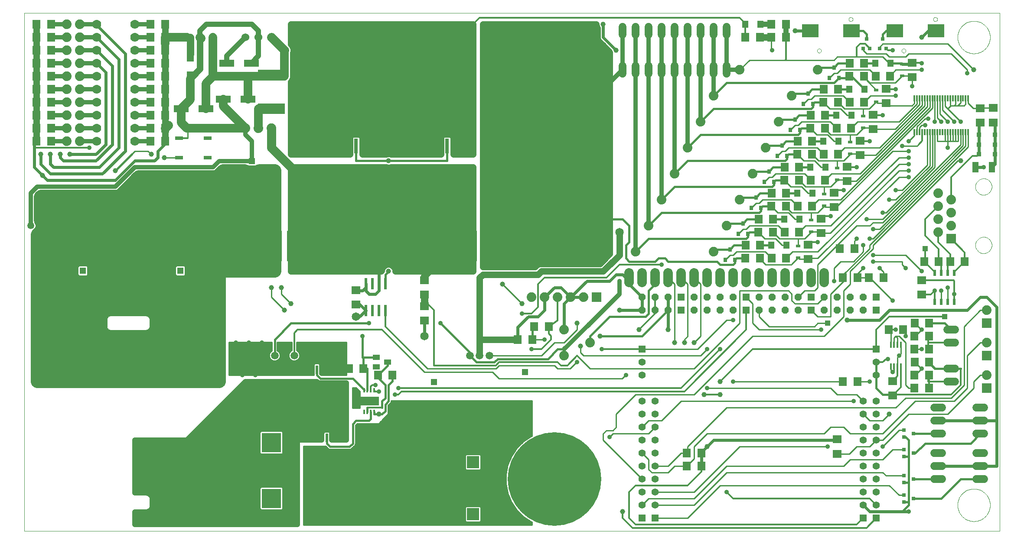
<source format=gtl>
G75*
%MOIN*%
%OFA0B0*%
%FSLAX24Y24*%
%IPPOS*%
%LPD*%
%AMOC8*
5,1,8,0,0,1.08239X$1,22.5*
%
%ADD10C,0.0000*%
%ADD11R,0.0118X0.0492*%
%ADD12C,0.0594*%
%ADD13R,0.0327X0.0248*%
%ADD14R,0.0709X0.0630*%
%ADD15R,0.0630X0.0710*%
%ADD16R,0.0315X0.0354*%
%ADD17C,0.0740*%
%ADD18R,0.0630X0.0709*%
%ADD19R,0.0472X0.0551*%
%ADD20R,0.0118X0.0472*%
%ADD21R,0.0472X0.0787*%
%ADD22R,0.0354X0.0374*%
%ADD23R,0.0710X0.0630*%
%ADD24C,0.0591*%
%ADD25R,0.3543X0.2362*%
%ADD26C,0.0397*%
%ADD27C,0.7200*%
%ADD28R,0.0315X0.1181*%
%ADD29R,0.3937X0.3543*%
%ADD30R,0.0236X0.0866*%
%ADD31C,0.2540*%
%ADD32R,0.0515X0.0515*%
%ADD33R,0.1500X0.1500*%
%ADD34R,0.0551X0.0394*%
%ADD35R,0.0740X0.0740*%
%ADD36C,0.0600*%
%ADD37C,0.0700*%
%ADD38R,0.0600X0.0300*%
%ADD39R,0.1260X0.0984*%
%ADD40R,0.0276X0.0276*%
%ADD41R,0.0554X0.0554*%
%ADD42OC8,0.0554*%
%ADD43C,0.0554*%
%ADD44C,0.0740*%
%ADD45R,0.0193X0.0512*%
%ADD46R,0.0945X0.0945*%
%ADD47R,0.0197X0.0394*%
%ADD48R,0.0197X0.0689*%
%ADD49R,0.2500X0.1500*%
%ADD50R,0.0174X0.0350*%
%ADD51R,0.1575X0.0661*%
%ADD52R,0.2087X0.0787*%
%ADD53R,0.0551X0.1181*%
%ADD54R,0.1181X0.0551*%
%ADD55C,0.0100*%
%ADD56C,0.0357*%
%ADD57C,0.0320*%
%ADD58C,0.0160*%
%ADD59C,0.0240*%
%ADD60C,0.0400*%
%ADD61C,0.0120*%
%ADD62C,0.0700*%
%ADD63C,0.0531*%
%ADD64C,0.0500*%
%ADD65C,0.0650*%
%ADD66C,0.0396*%
%ADD67C,0.0660*%
%ADD68C,0.0560*%
%ADD69C,0.1000*%
%ADD70R,0.0396X0.0396*%
D10*
X000100Y020125D02*
X000100Y059995D01*
X075092Y059995D01*
X075092Y020125D01*
X000100Y020125D01*
X061057Y057090D02*
X061059Y057115D01*
X061065Y057139D01*
X061074Y057161D01*
X061087Y057182D01*
X061103Y057201D01*
X061122Y057217D01*
X061143Y057230D01*
X061165Y057239D01*
X061189Y057245D01*
X061214Y057247D01*
X061239Y057245D01*
X061263Y057239D01*
X061285Y057230D01*
X061306Y057217D01*
X061325Y057201D01*
X061341Y057182D01*
X061354Y057161D01*
X061363Y057139D01*
X061369Y057115D01*
X061371Y057090D01*
X061369Y057065D01*
X061363Y057041D01*
X061354Y057019D01*
X061341Y056998D01*
X061325Y056979D01*
X061306Y056963D01*
X061285Y056950D01*
X061263Y056941D01*
X061239Y056935D01*
X061214Y056933D01*
X061189Y056935D01*
X061165Y056941D01*
X061143Y056950D01*
X061122Y056963D01*
X061103Y056979D01*
X061087Y056998D01*
X061074Y057019D01*
X061065Y057041D01*
X061059Y057065D01*
X061057Y057090D01*
X063478Y059511D02*
X063480Y059536D01*
X063486Y059560D01*
X063495Y059582D01*
X063508Y059603D01*
X063524Y059622D01*
X063543Y059638D01*
X063564Y059651D01*
X063586Y059660D01*
X063610Y059666D01*
X063635Y059668D01*
X063660Y059666D01*
X063684Y059660D01*
X063706Y059651D01*
X063727Y059638D01*
X063746Y059622D01*
X063762Y059603D01*
X063775Y059582D01*
X063784Y059560D01*
X063790Y059536D01*
X063792Y059511D01*
X063790Y059486D01*
X063784Y059462D01*
X063775Y059440D01*
X063762Y059419D01*
X063746Y059400D01*
X063727Y059384D01*
X063706Y059371D01*
X063684Y059362D01*
X063660Y059356D01*
X063635Y059354D01*
X063610Y059356D01*
X063586Y059362D01*
X063564Y059371D01*
X063543Y059384D01*
X063524Y059400D01*
X063508Y059419D01*
X063495Y059440D01*
X063486Y059462D01*
X063480Y059486D01*
X063478Y059511D01*
X067557Y057090D02*
X067559Y057115D01*
X067565Y057139D01*
X067574Y057161D01*
X067587Y057182D01*
X067603Y057201D01*
X067622Y057217D01*
X067643Y057230D01*
X067665Y057239D01*
X067689Y057245D01*
X067714Y057247D01*
X067739Y057245D01*
X067763Y057239D01*
X067785Y057230D01*
X067806Y057217D01*
X067825Y057201D01*
X067841Y057182D01*
X067854Y057161D01*
X067863Y057139D01*
X067869Y057115D01*
X067871Y057090D01*
X067869Y057065D01*
X067863Y057041D01*
X067854Y057019D01*
X067841Y056998D01*
X067825Y056979D01*
X067806Y056963D01*
X067785Y056950D01*
X067763Y056941D01*
X067739Y056935D01*
X067714Y056933D01*
X067689Y056935D01*
X067665Y056941D01*
X067643Y056950D01*
X067622Y056963D01*
X067603Y056979D01*
X067587Y056998D01*
X067574Y057019D01*
X067565Y057041D01*
X067559Y057065D01*
X067557Y057090D01*
X069978Y059511D02*
X069980Y059536D01*
X069986Y059560D01*
X069995Y059582D01*
X070008Y059603D01*
X070024Y059622D01*
X070043Y059638D01*
X070064Y059651D01*
X070086Y059660D01*
X070110Y059666D01*
X070135Y059668D01*
X070160Y059666D01*
X070184Y059660D01*
X070206Y059651D01*
X070227Y059638D01*
X070246Y059622D01*
X070262Y059603D01*
X070275Y059582D01*
X070284Y059560D01*
X070290Y059536D01*
X070292Y059511D01*
X070290Y059486D01*
X070284Y059462D01*
X070275Y059440D01*
X070262Y059419D01*
X070246Y059400D01*
X070227Y059384D01*
X070206Y059371D01*
X070184Y059362D01*
X070160Y059356D01*
X070135Y059354D01*
X070110Y059356D01*
X070086Y059362D01*
X070064Y059371D01*
X070043Y059384D01*
X070024Y059400D01*
X070008Y059419D01*
X069995Y059440D01*
X069986Y059462D01*
X069980Y059486D01*
X069978Y059511D01*
X071850Y058125D02*
X071852Y058195D01*
X071858Y058265D01*
X071868Y058334D01*
X071881Y058403D01*
X071899Y058471D01*
X071920Y058538D01*
X071945Y058603D01*
X071974Y058667D01*
X072006Y058730D01*
X072042Y058790D01*
X072081Y058848D01*
X072123Y058904D01*
X072168Y058958D01*
X072216Y059009D01*
X072267Y059057D01*
X072321Y059102D01*
X072377Y059144D01*
X072435Y059183D01*
X072495Y059219D01*
X072558Y059251D01*
X072622Y059280D01*
X072687Y059305D01*
X072754Y059326D01*
X072822Y059344D01*
X072891Y059357D01*
X072960Y059367D01*
X073030Y059373D01*
X073100Y059375D01*
X073170Y059373D01*
X073240Y059367D01*
X073309Y059357D01*
X073378Y059344D01*
X073446Y059326D01*
X073513Y059305D01*
X073578Y059280D01*
X073642Y059251D01*
X073705Y059219D01*
X073765Y059183D01*
X073823Y059144D01*
X073879Y059102D01*
X073933Y059057D01*
X073984Y059009D01*
X074032Y058958D01*
X074077Y058904D01*
X074119Y058848D01*
X074158Y058790D01*
X074194Y058730D01*
X074226Y058667D01*
X074255Y058603D01*
X074280Y058538D01*
X074301Y058471D01*
X074319Y058403D01*
X074332Y058334D01*
X074342Y058265D01*
X074348Y058195D01*
X074350Y058125D01*
X074348Y058055D01*
X074342Y057985D01*
X074332Y057916D01*
X074319Y057847D01*
X074301Y057779D01*
X074280Y057712D01*
X074255Y057647D01*
X074226Y057583D01*
X074194Y057520D01*
X074158Y057460D01*
X074119Y057402D01*
X074077Y057346D01*
X074032Y057292D01*
X073984Y057241D01*
X073933Y057193D01*
X073879Y057148D01*
X073823Y057106D01*
X073765Y057067D01*
X073705Y057031D01*
X073642Y056999D01*
X073578Y056970D01*
X073513Y056945D01*
X073446Y056924D01*
X073378Y056906D01*
X073309Y056893D01*
X073240Y056883D01*
X073170Y056877D01*
X073100Y056875D01*
X073030Y056877D01*
X072960Y056883D01*
X072891Y056893D01*
X072822Y056906D01*
X072754Y056924D01*
X072687Y056945D01*
X072622Y056970D01*
X072558Y056999D01*
X072495Y057031D01*
X072435Y057067D01*
X072377Y057106D01*
X072321Y057148D01*
X072267Y057193D01*
X072216Y057241D01*
X072168Y057292D01*
X072123Y057346D01*
X072081Y057402D01*
X072042Y057460D01*
X072006Y057520D01*
X071974Y057583D01*
X071945Y057647D01*
X071920Y057712D01*
X071899Y057779D01*
X071881Y057847D01*
X071868Y057916D01*
X071858Y057985D01*
X071852Y058055D01*
X071850Y058125D01*
X073220Y046625D02*
X073222Y046675D01*
X073228Y046725D01*
X073238Y046774D01*
X073252Y046822D01*
X073269Y046869D01*
X073290Y046914D01*
X073315Y046958D01*
X073343Y046999D01*
X073375Y047038D01*
X073409Y047075D01*
X073446Y047109D01*
X073486Y047139D01*
X073528Y047166D01*
X073572Y047190D01*
X073618Y047211D01*
X073665Y047227D01*
X073713Y047240D01*
X073763Y047249D01*
X073812Y047254D01*
X073863Y047255D01*
X073913Y047252D01*
X073962Y047245D01*
X074011Y047234D01*
X074059Y047219D01*
X074105Y047201D01*
X074150Y047179D01*
X074193Y047153D01*
X074234Y047124D01*
X074273Y047092D01*
X074309Y047057D01*
X074341Y047019D01*
X074371Y046979D01*
X074398Y046936D01*
X074421Y046892D01*
X074440Y046846D01*
X074456Y046798D01*
X074468Y046749D01*
X074476Y046700D01*
X074480Y046650D01*
X074480Y046600D01*
X074476Y046550D01*
X074468Y046501D01*
X074456Y046452D01*
X074440Y046404D01*
X074421Y046358D01*
X074398Y046314D01*
X074371Y046271D01*
X074341Y046231D01*
X074309Y046193D01*
X074273Y046158D01*
X074234Y046126D01*
X074193Y046097D01*
X074150Y046071D01*
X074105Y046049D01*
X074059Y046031D01*
X074011Y046016D01*
X073962Y046005D01*
X073913Y045998D01*
X073863Y045995D01*
X073812Y045996D01*
X073763Y046001D01*
X073713Y046010D01*
X073665Y046023D01*
X073618Y046039D01*
X073572Y046060D01*
X073528Y046084D01*
X073486Y046111D01*
X073446Y046141D01*
X073409Y046175D01*
X073375Y046212D01*
X073343Y046251D01*
X073315Y046292D01*
X073290Y046336D01*
X073269Y046381D01*
X073252Y046428D01*
X073238Y046476D01*
X073228Y046525D01*
X073222Y046575D01*
X073220Y046625D01*
X073220Y042125D02*
X073222Y042175D01*
X073228Y042225D01*
X073238Y042274D01*
X073252Y042322D01*
X073269Y042369D01*
X073290Y042414D01*
X073315Y042458D01*
X073343Y042499D01*
X073375Y042538D01*
X073409Y042575D01*
X073446Y042609D01*
X073486Y042639D01*
X073528Y042666D01*
X073572Y042690D01*
X073618Y042711D01*
X073665Y042727D01*
X073713Y042740D01*
X073763Y042749D01*
X073812Y042754D01*
X073863Y042755D01*
X073913Y042752D01*
X073962Y042745D01*
X074011Y042734D01*
X074059Y042719D01*
X074105Y042701D01*
X074150Y042679D01*
X074193Y042653D01*
X074234Y042624D01*
X074273Y042592D01*
X074309Y042557D01*
X074341Y042519D01*
X074371Y042479D01*
X074398Y042436D01*
X074421Y042392D01*
X074440Y042346D01*
X074456Y042298D01*
X074468Y042249D01*
X074476Y042200D01*
X074480Y042150D01*
X074480Y042100D01*
X074476Y042050D01*
X074468Y042001D01*
X074456Y041952D01*
X074440Y041904D01*
X074421Y041858D01*
X074398Y041814D01*
X074371Y041771D01*
X074341Y041731D01*
X074309Y041693D01*
X074273Y041658D01*
X074234Y041626D01*
X074193Y041597D01*
X074150Y041571D01*
X074105Y041549D01*
X074059Y041531D01*
X074011Y041516D01*
X073962Y041505D01*
X073913Y041498D01*
X073863Y041495D01*
X073812Y041496D01*
X073763Y041501D01*
X073713Y041510D01*
X073665Y041523D01*
X073618Y041539D01*
X073572Y041560D01*
X073528Y041584D01*
X073486Y041611D01*
X073446Y041641D01*
X073409Y041675D01*
X073375Y041712D01*
X073343Y041751D01*
X073315Y041792D01*
X073290Y041836D01*
X073269Y041881D01*
X073252Y041928D01*
X073238Y041976D01*
X073228Y042025D01*
X073222Y042075D01*
X073220Y042125D01*
X071850Y022125D02*
X071852Y022195D01*
X071858Y022265D01*
X071868Y022334D01*
X071881Y022403D01*
X071899Y022471D01*
X071920Y022538D01*
X071945Y022603D01*
X071974Y022667D01*
X072006Y022730D01*
X072042Y022790D01*
X072081Y022848D01*
X072123Y022904D01*
X072168Y022958D01*
X072216Y023009D01*
X072267Y023057D01*
X072321Y023102D01*
X072377Y023144D01*
X072435Y023183D01*
X072495Y023219D01*
X072558Y023251D01*
X072622Y023280D01*
X072687Y023305D01*
X072754Y023326D01*
X072822Y023344D01*
X072891Y023357D01*
X072960Y023367D01*
X073030Y023373D01*
X073100Y023375D01*
X073170Y023373D01*
X073240Y023367D01*
X073309Y023357D01*
X073378Y023344D01*
X073446Y023326D01*
X073513Y023305D01*
X073578Y023280D01*
X073642Y023251D01*
X073705Y023219D01*
X073765Y023183D01*
X073823Y023144D01*
X073879Y023102D01*
X073933Y023057D01*
X073984Y023009D01*
X074032Y022958D01*
X074077Y022904D01*
X074119Y022848D01*
X074158Y022790D01*
X074194Y022730D01*
X074226Y022667D01*
X074255Y022603D01*
X074280Y022538D01*
X074301Y022471D01*
X074319Y022403D01*
X074332Y022334D01*
X074342Y022265D01*
X074348Y022195D01*
X074350Y022125D01*
X074348Y022055D01*
X074342Y021985D01*
X074332Y021916D01*
X074319Y021847D01*
X074301Y021779D01*
X074280Y021712D01*
X074255Y021647D01*
X074226Y021583D01*
X074194Y021520D01*
X074158Y021460D01*
X074119Y021402D01*
X074077Y021346D01*
X074032Y021292D01*
X073984Y021241D01*
X073933Y021193D01*
X073879Y021148D01*
X073823Y021106D01*
X073765Y021067D01*
X073705Y021031D01*
X073642Y020999D01*
X073578Y020970D01*
X073513Y020945D01*
X073446Y020924D01*
X073378Y020906D01*
X073309Y020893D01*
X073240Y020883D01*
X073170Y020877D01*
X073100Y020875D01*
X073030Y020877D01*
X072960Y020883D01*
X072891Y020893D01*
X072822Y020906D01*
X072754Y020924D01*
X072687Y020945D01*
X072622Y020970D01*
X072558Y020999D01*
X072495Y021031D01*
X072435Y021067D01*
X072377Y021106D01*
X072321Y021148D01*
X072267Y021193D01*
X072216Y021241D01*
X072168Y021292D01*
X072123Y021346D01*
X072081Y021402D01*
X072042Y021460D01*
X072006Y021520D01*
X071974Y021583D01*
X071945Y021647D01*
X071920Y021712D01*
X071899Y021779D01*
X071881Y021847D01*
X071868Y021916D01*
X071858Y021985D01*
X071852Y022055D01*
X071850Y022125D01*
D11*
X071880Y050826D03*
X072076Y050826D03*
X072273Y050826D03*
X072470Y050826D03*
X072667Y050826D03*
X071683Y050826D03*
X071486Y050826D03*
X071289Y050826D03*
X071092Y050826D03*
X070895Y050826D03*
X070698Y050826D03*
X070502Y050826D03*
X070305Y050826D03*
X070108Y050826D03*
X069911Y050826D03*
X069714Y050826D03*
X069517Y050826D03*
X069320Y050826D03*
X069124Y050826D03*
X068927Y050826D03*
X068730Y050826D03*
X068533Y050826D03*
X068533Y053424D03*
X068730Y053424D03*
X068927Y053424D03*
X069124Y053424D03*
X069320Y053424D03*
X069517Y053424D03*
X069714Y053424D03*
X069911Y053424D03*
X070108Y053424D03*
X070305Y053424D03*
X070502Y053424D03*
X070698Y053424D03*
X070895Y053424D03*
X071092Y053424D03*
X071289Y053424D03*
X071486Y053424D03*
X071683Y053424D03*
X071880Y053424D03*
X072076Y053424D03*
X072273Y053424D03*
X072470Y053424D03*
X072667Y053424D03*
D12*
X054100Y055328D02*
X054100Y055922D01*
X053100Y055922D02*
X053100Y055328D01*
X052100Y055328D02*
X052100Y055922D01*
X051100Y055922D02*
X051100Y055328D01*
X050100Y055328D02*
X050100Y055922D01*
X049100Y055922D02*
X049100Y055328D01*
X048100Y055328D02*
X048100Y055922D01*
X047100Y055922D02*
X047100Y055328D01*
X046100Y055328D02*
X046100Y055922D01*
X046100Y058328D02*
X046100Y058922D01*
X047100Y058922D02*
X047100Y058328D01*
X048100Y058328D02*
X048100Y058922D01*
X049100Y058922D02*
X049100Y058328D01*
X050100Y058328D02*
X050100Y058922D01*
X051100Y058922D02*
X051100Y058328D01*
X052100Y058328D02*
X052100Y058922D01*
X053100Y058922D02*
X053100Y058328D01*
X054100Y058328D02*
X054100Y058922D01*
X071053Y035625D02*
X071647Y035625D01*
X071647Y034625D02*
X071053Y034625D01*
X071053Y032625D02*
X071647Y032625D01*
X071647Y031625D02*
X071053Y031625D01*
X070647Y029625D02*
X070053Y029625D01*
X070053Y028625D02*
X070647Y028625D01*
X070647Y027625D02*
X070053Y027625D01*
X070053Y026125D02*
X070647Y026125D01*
X070647Y025125D02*
X070053Y025125D01*
X070053Y024125D02*
X070647Y024125D01*
X073303Y024125D02*
X073897Y024125D01*
X073897Y025125D02*
X073303Y025125D01*
X073303Y026125D02*
X073897Y026125D01*
X073897Y027625D02*
X073303Y027625D01*
X073303Y028625D02*
X073897Y028625D01*
X073897Y029625D02*
X073303Y029625D01*
D13*
X059600Y041172D03*
X059600Y042078D03*
X060600Y043172D03*
X060600Y044078D03*
X061600Y045172D03*
X061600Y046078D03*
X062600Y047172D03*
X062600Y048078D03*
X063600Y049172D03*
X063600Y050078D03*
X064600Y051172D03*
X064600Y052078D03*
X065600Y053172D03*
X065600Y054078D03*
X067600Y055172D03*
X067600Y056078D03*
D14*
X068350Y056176D03*
X068350Y055074D03*
X066350Y054176D03*
X066350Y053074D03*
X065350Y052176D03*
X065350Y051074D03*
X064350Y050176D03*
X064350Y049074D03*
X063350Y048176D03*
X063350Y047074D03*
X062350Y046176D03*
X062350Y045074D03*
X061350Y044176D03*
X061350Y043074D03*
X060350Y042176D03*
X060350Y041074D03*
X069100Y039426D03*
X069100Y038324D03*
X066850Y031676D03*
X066850Y030574D03*
X073600Y051574D03*
X073600Y052676D03*
X025600Y038676D03*
X025600Y037574D03*
D15*
X038040Y034875D03*
X039160Y034875D03*
X039290Y035875D03*
X040410Y035875D03*
X051040Y026125D03*
X051040Y025125D03*
X052160Y025125D03*
X052160Y026125D03*
X063040Y031625D03*
X064160Y031625D03*
X068540Y031125D03*
X068540Y032125D03*
X069660Y032125D03*
X069660Y031125D03*
X069660Y034125D03*
X069660Y035125D03*
X068540Y035125D03*
X068540Y034125D03*
X066160Y039625D03*
X065040Y039625D03*
X064160Y039625D03*
X063040Y039625D03*
X062790Y041875D03*
X063910Y041875D03*
X058660Y045125D03*
X057540Y045125D03*
X057660Y043125D03*
X056540Y043125D03*
X056660Y041125D03*
X055540Y041125D03*
X058540Y047125D03*
X059660Y047125D03*
X059540Y049125D03*
X060660Y049125D03*
X060540Y051125D03*
X061660Y051125D03*
X061540Y053125D03*
X062660Y053125D03*
X063540Y055125D03*
X064660Y055125D03*
X058660Y058125D03*
X057540Y058125D03*
X056660Y058125D03*
X055540Y058125D03*
X057540Y059125D03*
X058660Y059125D03*
X010910Y059125D03*
X009790Y059125D03*
X009790Y058125D03*
X010910Y058125D03*
X010910Y057125D03*
X010910Y056125D03*
X009790Y056125D03*
X009790Y057125D03*
X009790Y055125D03*
X009790Y054125D03*
X010910Y054125D03*
X010910Y055125D03*
X010910Y053125D03*
X010910Y052125D03*
X009790Y052125D03*
X009790Y053125D03*
X009790Y051125D03*
X009790Y050125D03*
X010910Y050125D03*
X010910Y051125D03*
X002160Y051125D03*
X002160Y050125D03*
X001040Y050125D03*
X001040Y051125D03*
X001040Y052125D03*
X001040Y053125D03*
X002160Y053125D03*
X002160Y052125D03*
X002160Y054125D03*
X002160Y055125D03*
X001040Y055125D03*
X001040Y054125D03*
X001040Y056125D03*
X001040Y057125D03*
X002160Y057125D03*
X002160Y056125D03*
X002160Y058125D03*
X001040Y058125D03*
X001040Y059125D03*
X002160Y059125D03*
D16*
X053976Y040981D03*
X054724Y040981D03*
X054350Y041808D03*
X054976Y042981D03*
X055724Y042981D03*
X055350Y043808D03*
X055976Y044981D03*
X056724Y044981D03*
X056350Y045808D03*
X056976Y046981D03*
X057724Y046981D03*
X057350Y047808D03*
X057976Y048981D03*
X058724Y048981D03*
X058350Y049808D03*
X058976Y050981D03*
X059724Y050981D03*
X059350Y051808D03*
X059976Y052981D03*
X060724Y052981D03*
X060350Y053808D03*
X061976Y054981D03*
X062724Y054981D03*
X062350Y055808D03*
D17*
X061100Y055625D03*
X059100Y053625D03*
X058100Y051625D03*
X057100Y049625D03*
X056100Y047625D03*
X055100Y045625D03*
X054100Y043625D03*
X053100Y041625D03*
X048100Y043625D03*
X047100Y041625D03*
X043100Y038125D03*
X042100Y038125D03*
X041100Y038125D03*
X040100Y038125D03*
X039100Y038125D03*
X041600Y035625D03*
X043600Y034625D03*
X041600Y033625D03*
X049100Y045625D03*
X050100Y047625D03*
X051100Y049625D03*
X052100Y051625D03*
X053100Y053625D03*
X055100Y055625D03*
X070350Y046125D03*
X070350Y045125D03*
X070350Y044125D03*
X070350Y043125D03*
X071350Y043625D03*
X071350Y044625D03*
X071350Y045625D03*
X074100Y037125D03*
X074100Y034625D03*
X074100Y032125D03*
X019100Y051125D03*
X018100Y051125D03*
X017100Y051125D03*
X004350Y051125D03*
X004350Y050125D03*
X003350Y050125D03*
X003350Y051125D03*
X003350Y052125D03*
X003350Y053125D03*
X004350Y053125D03*
X004350Y052125D03*
X004350Y054125D03*
X004350Y055125D03*
X003350Y055125D03*
X003350Y054125D03*
X003350Y056125D03*
X003350Y057125D03*
X004350Y057125D03*
X004350Y056125D03*
X004350Y058125D03*
X003350Y058125D03*
X003350Y059125D03*
X004350Y059125D03*
D18*
X025049Y032625D03*
X026151Y032625D03*
X027299Y032125D03*
X028401Y032125D03*
X055549Y042125D03*
X056651Y042125D03*
X057549Y041125D03*
X058651Y041125D03*
X058549Y043125D03*
X057651Y044125D03*
X056549Y044125D03*
X057549Y046125D03*
X058651Y046125D03*
X059549Y045125D03*
X060651Y045125D03*
X060549Y047125D03*
X061651Y047125D03*
X059651Y048125D03*
X058549Y048125D03*
X059549Y050125D03*
X060651Y050125D03*
X061549Y049125D03*
X062651Y049125D03*
X062549Y051125D03*
X063651Y051125D03*
X063549Y053125D03*
X064651Y053125D03*
X062651Y054125D03*
X061549Y054125D03*
X061651Y052125D03*
X060549Y052125D03*
X063549Y056125D03*
X064651Y056125D03*
X065549Y055125D03*
X066651Y055125D03*
X059651Y043125D03*
X068549Y036125D03*
X067651Y035625D03*
X066549Y035625D03*
X069651Y036125D03*
X069651Y033125D03*
X068549Y033125D03*
X069299Y040875D03*
X070401Y040875D03*
X071299Y040875D03*
X072401Y040875D03*
D19*
X061691Y048125D03*
X060509Y048125D03*
X060691Y046125D03*
X059509Y046125D03*
X059691Y044125D03*
X058509Y044125D03*
X058691Y042125D03*
X057509Y042125D03*
X061509Y050125D03*
X062691Y050125D03*
X062509Y052125D03*
X063691Y052125D03*
X063509Y054125D03*
X064691Y054125D03*
X065509Y056125D03*
X066691Y056125D03*
X056691Y059125D03*
X055509Y059125D03*
D20*
X066716Y034456D03*
X066972Y034456D03*
X067228Y034456D03*
X067483Y034456D03*
X067483Y032793D03*
X067228Y032793D03*
X066972Y032793D03*
X066716Y032793D03*
D21*
X073220Y048125D03*
X074480Y048125D03*
D22*
X074720Y049125D03*
X074720Y049875D03*
X074720Y050625D03*
X073480Y050625D03*
X073480Y049875D03*
X073480Y049125D03*
D23*
X074600Y051565D03*
X074600Y052685D03*
X062600Y027185D03*
X062600Y026065D03*
X030850Y036315D03*
X030850Y037435D03*
X030850Y038315D03*
X030850Y039435D03*
D24*
X034348Y033625D03*
X035100Y033625D03*
X035852Y033625D03*
X020852Y033625D03*
X020100Y033625D03*
X019348Y033625D03*
D25*
X018131Y042050D03*
X022069Y042050D03*
X033131Y042050D03*
X037069Y042050D03*
D26*
X037332Y041263D03*
X037856Y041263D03*
X038328Y041420D03*
X038604Y041775D03*
X038604Y042326D03*
X038328Y042680D03*
X037856Y042838D03*
X037332Y042838D03*
X036805Y042838D03*
X036281Y042838D03*
X035809Y042680D03*
X035533Y042326D03*
X035533Y041775D03*
X035809Y041420D03*
X036281Y041263D03*
X036805Y041263D03*
X034667Y041775D03*
X034391Y041420D03*
X033919Y041263D03*
X033395Y041263D03*
X032868Y041263D03*
X032344Y041263D03*
X031872Y041420D03*
X031596Y041775D03*
X031596Y042326D03*
X031872Y042680D03*
X032344Y042838D03*
X032868Y042838D03*
X033395Y042838D03*
X033919Y042838D03*
X034391Y042680D03*
X034667Y042326D03*
X023604Y042326D03*
X023328Y042680D03*
X022856Y042838D03*
X022332Y042838D03*
X021805Y042838D03*
X021281Y042838D03*
X020809Y042680D03*
X020533Y042326D03*
X020533Y041775D03*
X020809Y041420D03*
X021281Y041263D03*
X021805Y041263D03*
X022332Y041263D03*
X022856Y041263D03*
X023328Y041420D03*
X023604Y041775D03*
X019667Y041775D03*
X019391Y041420D03*
X018919Y041263D03*
X018395Y041263D03*
X017868Y041263D03*
X017344Y041263D03*
X016872Y041420D03*
X016596Y041775D03*
X016596Y042326D03*
X016872Y042680D03*
X017344Y042838D03*
X017868Y042838D03*
X018395Y042838D03*
X018919Y042838D03*
X019391Y042680D03*
X019667Y042326D03*
D27*
X027600Y054625D03*
X040100Y054625D03*
X040850Y024125D03*
D28*
X032600Y049750D03*
X032100Y049750D03*
X031600Y049750D03*
X030600Y049750D03*
X030100Y049750D03*
X029600Y049750D03*
X025600Y049750D03*
X025100Y049750D03*
X024600Y049750D03*
X023600Y049750D03*
X023100Y049750D03*
X022600Y049750D03*
D29*
X024100Y045773D03*
X031100Y045773D03*
D30*
X027850Y039149D03*
X027350Y039149D03*
X026850Y039149D03*
X026350Y039149D03*
X026350Y037101D03*
X026850Y037101D03*
X027350Y037101D03*
X027850Y037101D03*
D31*
X012964Y024790D02*
X010424Y024790D01*
X005681Y033649D02*
X003141Y033649D01*
D32*
X004600Y040149D03*
X004600Y043101D03*
X012100Y043101D03*
X012100Y040149D03*
X017600Y045649D03*
X017600Y048601D03*
X031600Y031601D03*
X031600Y028649D03*
X038600Y029399D03*
X038600Y032351D03*
D33*
X019100Y026916D03*
X019100Y024771D03*
X019100Y022625D03*
D34*
X027167Y032751D03*
X028033Y033125D03*
X027167Y033499D03*
D35*
X044100Y038125D03*
X071350Y042625D03*
X074100Y036125D03*
X074100Y033625D03*
X074100Y031125D03*
D36*
X019100Y058125D03*
X018100Y058125D03*
X017100Y058125D03*
X014600Y058125D03*
X013600Y058125D03*
X012600Y058125D03*
D37*
X008600Y058125D03*
X008600Y057125D03*
X008600Y056125D03*
X008600Y055125D03*
X008600Y054125D03*
X008600Y053125D03*
X008600Y052125D03*
X008600Y051125D03*
X008600Y050125D03*
X005647Y050125D03*
X005647Y051125D03*
X005647Y052125D03*
X005647Y053125D03*
X005647Y054125D03*
X005647Y055125D03*
X005647Y056125D03*
X005647Y057125D03*
X005647Y058125D03*
X005647Y059125D03*
X008600Y059125D03*
D38*
X012000Y050375D03*
X012000Y048875D03*
X014200Y048875D03*
X014200Y050375D03*
D39*
X060525Y058625D03*
X063675Y058625D03*
X067025Y058625D03*
X070175Y058625D03*
D40*
X066356Y057261D03*
X065844Y057261D03*
X065106Y057261D03*
X064594Y057261D03*
X064850Y057989D03*
X066100Y057989D03*
X067736Y027881D03*
X067736Y027369D03*
X068464Y027625D03*
X067736Y026381D03*
X067736Y025869D03*
X068464Y026125D03*
X067736Y024381D03*
X067736Y023869D03*
X068464Y024125D03*
X067736Y022881D03*
X067736Y022369D03*
X068464Y022625D03*
D41*
X065600Y021125D03*
X064600Y021125D03*
X048600Y021125D03*
X047600Y021125D03*
X047600Y034125D03*
X050600Y037125D03*
X050600Y038125D03*
X055600Y038125D03*
X055600Y037125D03*
X060600Y037125D03*
X060600Y038125D03*
X065600Y038125D03*
X065600Y037125D03*
X065600Y034125D03*
D42*
X064600Y037125D03*
X063600Y037125D03*
X062600Y037125D03*
X062600Y038125D03*
X063600Y038125D03*
X064600Y038125D03*
X061600Y038125D03*
X061600Y037125D03*
X059600Y037125D03*
X059600Y038125D03*
X058600Y038125D03*
X057600Y038125D03*
X056600Y038125D03*
X056600Y037125D03*
X057600Y037125D03*
X058600Y037125D03*
X054600Y037125D03*
X053600Y037125D03*
X052600Y037125D03*
X052600Y038125D03*
X053600Y038125D03*
X054600Y038125D03*
X051600Y038125D03*
X051600Y037125D03*
X049600Y037125D03*
X048600Y037125D03*
X048600Y038125D03*
X049600Y038125D03*
X047600Y038125D03*
X047600Y037125D03*
D43*
X047600Y033125D03*
X047600Y032125D03*
X047600Y030125D03*
X047600Y029125D03*
X047600Y028125D03*
X047600Y027125D03*
X047600Y026125D03*
X047600Y025125D03*
X047600Y024125D03*
X047600Y023125D03*
X047600Y022125D03*
X048600Y022125D03*
X048600Y023125D03*
X048600Y024125D03*
X048600Y025125D03*
X048600Y026125D03*
X048600Y027125D03*
X048600Y028125D03*
X048600Y029125D03*
X048600Y030125D03*
X064600Y030125D03*
X064600Y029125D03*
X065600Y029125D03*
X065600Y030125D03*
X065600Y028125D03*
X065600Y027125D03*
X064600Y027125D03*
X064600Y028125D03*
X064600Y026125D03*
X064600Y025125D03*
X065600Y025125D03*
X065600Y026125D03*
X065600Y024125D03*
X064600Y024125D03*
X064600Y023125D03*
X064600Y022125D03*
X065600Y022125D03*
X065600Y023125D03*
X065600Y032125D03*
X065600Y033125D03*
D44*
X061600Y039255D02*
X061600Y039995D01*
X060600Y039995D02*
X060600Y039255D01*
X059600Y039255D02*
X059600Y039995D01*
X058600Y039995D02*
X058600Y039255D01*
X057600Y039255D02*
X057600Y039995D01*
X056600Y039995D02*
X056600Y039255D01*
X055600Y039255D02*
X055600Y039995D01*
X054600Y039995D02*
X054600Y039255D01*
X053600Y039255D02*
X053600Y039995D01*
X052600Y039995D02*
X052600Y039255D01*
X051600Y039255D02*
X051600Y039995D01*
X050600Y039995D02*
X050600Y039255D01*
X049600Y039255D02*
X049600Y039995D01*
X048600Y039995D02*
X048600Y039255D01*
X047600Y039255D02*
X047600Y039995D01*
X046600Y039995D02*
X046600Y039255D01*
D45*
X070100Y040000D03*
X070600Y040000D03*
X071100Y040000D03*
X071600Y040000D03*
X071600Y037750D03*
X071100Y037750D03*
X070600Y037750D03*
X070100Y037750D03*
D46*
X034600Y025424D03*
X030600Y025424D03*
X030600Y021424D03*
X034600Y021424D03*
D47*
X024848Y024690D03*
X024348Y024690D03*
X023848Y024690D03*
X023348Y024690D03*
X023098Y029940D03*
X022598Y029940D03*
X023598Y029940D03*
X024098Y029940D03*
D48*
X024102Y032529D03*
X023602Y032529D03*
X023102Y032529D03*
X022602Y032529D03*
X023352Y027279D03*
X023852Y027279D03*
X024352Y027279D03*
X024852Y027279D03*
D49*
X024100Y025625D03*
X023350Y030875D03*
D50*
X026216Y030954D03*
X026472Y030954D03*
X026728Y030954D03*
X026984Y030954D03*
X026984Y029296D03*
X026728Y029296D03*
X026472Y029296D03*
X026216Y029296D03*
D51*
X026600Y030125D03*
D52*
X019100Y052625D03*
X019100Y055223D03*
D53*
X012850Y054930D03*
X012850Y056820D03*
D54*
X015655Y056125D03*
X017545Y056125D03*
X017295Y053375D03*
X015405Y053375D03*
X014045Y052625D03*
X012155Y052625D03*
D55*
X012600Y051125D02*
X012651Y051074D01*
X012651Y050375D01*
X012000Y048875D02*
X010850Y048875D01*
X009850Y049125D02*
X009600Y049375D01*
X008600Y049375D01*
X008350Y049125D01*
X019100Y038875D02*
X019100Y038125D01*
X020100Y037125D01*
X020600Y037625D02*
X019850Y038375D01*
X019850Y038875D01*
X030850Y032375D02*
X036100Y032375D01*
X036600Y031875D01*
X046100Y031875D01*
X047100Y030625D02*
X045600Y029125D01*
X045600Y028125D01*
X045350Y027875D01*
X044850Y027875D01*
X044600Y027625D01*
X044600Y027125D01*
X047600Y024125D01*
X048100Y024875D02*
X048100Y025625D01*
X047600Y026125D01*
X048100Y024875D02*
X048350Y024625D01*
X049600Y024625D01*
X050100Y025125D01*
X051040Y025125D01*
X051600Y025685D01*
X051600Y026625D01*
X052600Y027625D01*
X061600Y027625D01*
X062100Y028125D01*
X063100Y028125D01*
X063600Y027625D01*
X066100Y027625D01*
X068600Y030125D01*
X071600Y030125D01*
X072600Y031125D01*
X072600Y033625D01*
X073600Y034625D01*
X074100Y034625D01*
X072350Y035875D02*
X072350Y031375D01*
X071350Y030375D01*
X067850Y030375D01*
X067100Y029625D01*
X054100Y029625D01*
X051100Y026625D01*
X051100Y026185D01*
X051040Y026125D01*
X050600Y026125D01*
X049600Y025125D01*
X048600Y025125D01*
X048100Y027625D02*
X045350Y027625D01*
X045100Y027375D01*
X047600Y028125D02*
X048100Y028625D01*
X049100Y028625D01*
X050600Y030125D01*
X063850Y030125D01*
X064100Y030625D02*
X062600Y030625D01*
X062100Y031125D01*
X052600Y031125D01*
X051600Y030625D02*
X047100Y030625D01*
X048600Y028125D02*
X048100Y027625D01*
X051600Y030625D02*
X056100Y035125D01*
X061600Y035125D01*
X063100Y036625D01*
X063100Y038625D01*
X063600Y039125D01*
X063600Y040125D01*
X065350Y041875D01*
X065350Y042125D01*
X071850Y048625D01*
X072100Y048625D01*
X072470Y049745D02*
X065350Y042625D01*
X065100Y042625D01*
X065100Y042125D02*
X065100Y041875D01*
X063040Y039815D01*
X063040Y039625D01*
X063100Y039565D01*
X063100Y039375D01*
X062100Y038375D01*
X062100Y036625D01*
X061100Y036625D01*
X060600Y037125D01*
X061100Y037625D02*
X059350Y037625D01*
X059100Y037875D01*
X059100Y038375D01*
X058850Y038625D01*
X055100Y038625D01*
X055100Y036125D01*
X051600Y032625D01*
X043600Y032625D01*
X042600Y033625D01*
X042850Y033875D02*
X042850Y034375D01*
X042850Y033875D02*
X043100Y033625D01*
X052100Y033625D01*
X052600Y034125D01*
X051850Y034125D02*
X047600Y034125D01*
X050100Y034625D02*
X050100Y039125D01*
X049600Y039625D01*
X050600Y039625D02*
X051100Y039125D01*
X051100Y035125D01*
X050850Y034875D01*
X050850Y034625D01*
X051600Y034625D02*
X052100Y035125D01*
X052100Y039125D01*
X051600Y039625D01*
X053976Y040981D02*
X054350Y041355D01*
X054350Y041375D01*
X054600Y041375D01*
X054850Y041625D01*
X057049Y041625D01*
X057549Y041125D01*
X057100Y040625D02*
X059100Y040625D01*
X059100Y040672D01*
X059600Y041172D01*
X059698Y041074D01*
X060350Y041074D01*
X060401Y041125D01*
X061100Y041125D01*
X067350Y047375D01*
X068100Y047375D01*
X068100Y047875D02*
X067350Y047875D01*
X061100Y041625D01*
X059151Y041625D01*
X058651Y041125D01*
X058691Y042125D02*
X058350Y042125D01*
X057850Y042625D01*
X057040Y042625D01*
X056540Y043125D01*
X055850Y043625D02*
X058049Y043625D01*
X058549Y043125D01*
X058160Y042625D02*
X057660Y043125D01*
X058160Y042625D02*
X059600Y042625D01*
X059600Y042078D01*
X059600Y042625D02*
X060100Y042625D01*
X060600Y043125D01*
X060600Y043172D01*
X061252Y043172D01*
X061350Y043074D01*
X062049Y043074D01*
X067350Y048375D01*
X068100Y048375D01*
X068100Y048875D02*
X067350Y048875D01*
X062100Y043625D01*
X060151Y043625D01*
X059651Y043125D01*
X059691Y044125D02*
X059350Y044125D01*
X058850Y044625D01*
X058040Y044625D01*
X057540Y045125D01*
X056850Y045625D02*
X059049Y045625D01*
X059549Y045125D01*
X059100Y044625D02*
X058660Y045065D01*
X058660Y045125D01*
X059100Y044625D02*
X060600Y044625D01*
X060600Y044078D01*
X060600Y044625D02*
X061100Y044625D01*
X061600Y045125D01*
X061600Y045172D01*
X061698Y045074D01*
X062350Y045074D01*
X062401Y045125D01*
X062600Y045125D01*
X066850Y049375D01*
X068100Y049375D01*
X067600Y049750D02*
X068725Y049750D01*
X068850Y049875D01*
X068533Y050558D02*
X068100Y050125D01*
X068533Y050558D02*
X068533Y050826D01*
X068730Y050826D02*
X068730Y051255D01*
X069350Y051875D01*
X069600Y051875D01*
X070108Y051883D02*
X070100Y051625D01*
X070108Y051883D02*
X070108Y053424D01*
X070305Y053424D02*
X070305Y051920D01*
X070600Y051625D01*
X071100Y051625D02*
X070502Y052223D01*
X070502Y053424D01*
X070698Y053424D02*
X070698Y052527D01*
X071600Y051625D01*
X072100Y051625D02*
X071100Y052625D01*
X071289Y052814D01*
X071350Y052875D01*
X071600Y052875D01*
X071683Y052958D01*
X071683Y053424D01*
X072076Y053424D02*
X072076Y053101D01*
X071850Y052875D01*
X072350Y052875D01*
X072470Y052995D01*
X072470Y053424D01*
X072667Y053424D02*
X072667Y053058D01*
X073049Y052676D01*
X073600Y052676D01*
X073609Y052685D01*
X074600Y052685D01*
X072667Y050826D02*
X072667Y049692D01*
X065100Y042125D01*
X064600Y042125D02*
X064600Y041625D01*
X063850Y040875D01*
X062850Y040875D01*
X062350Y040375D01*
X062350Y039375D01*
X061100Y038875D02*
X061100Y040625D01*
X062600Y042125D01*
X062790Y041935D01*
X062790Y041875D01*
X062600Y042125D02*
X064100Y043625D01*
X065100Y043625D01*
X065350Y043875D01*
X066100Y043875D01*
X072076Y049851D01*
X072076Y050826D01*
X071880Y050826D02*
X071880Y050125D01*
X071683Y050125D01*
X071486Y050125D01*
X071486Y050826D01*
X071683Y050826D02*
X071683Y050125D01*
X071486Y050125D02*
X071289Y050125D01*
X071100Y050125D01*
X071100Y049625D01*
X071092Y050125D02*
X071100Y050125D01*
X071092Y050125D02*
X070895Y050125D01*
X070895Y050826D01*
X071092Y050826D02*
X071092Y050125D01*
X070895Y050125D02*
X070305Y050125D01*
X070305Y050826D01*
X070108Y050826D02*
X070108Y048133D01*
X066100Y044125D01*
X064850Y044125D01*
X065350Y043375D02*
X065850Y043375D01*
X072273Y049798D01*
X072273Y050826D01*
X072470Y050826D02*
X072470Y049745D01*
X071289Y050125D02*
X071289Y050826D01*
X069911Y050826D02*
X069911Y048186D01*
X066350Y044625D01*
X066100Y044625D01*
X066600Y045625D02*
X067100Y045625D01*
X069714Y048239D01*
X069714Y050826D01*
X069517Y050826D02*
X069517Y048292D01*
X067600Y046375D01*
X067100Y046375D01*
X064350Y047625D02*
X062151Y047625D01*
X061651Y047125D01*
X061600Y046625D02*
X061600Y046078D01*
X061600Y046625D02*
X060160Y046625D01*
X059660Y047125D01*
X059850Y046625D02*
X059040Y046625D01*
X058540Y047125D01*
X057850Y047625D02*
X060100Y047625D01*
X060549Y047176D01*
X060549Y047125D01*
X059850Y046625D02*
X060350Y046125D01*
X060691Y046125D01*
X061151Y045625D02*
X060651Y045125D01*
X061151Y045625D02*
X062850Y045625D01*
X069911Y052686D01*
X069911Y053424D01*
X069714Y053424D02*
X069714Y052739D01*
X064049Y047074D01*
X063350Y047074D01*
X063252Y047172D01*
X062600Y047172D01*
X062600Y047125D01*
X062100Y046625D01*
X061600Y046625D01*
X061691Y048125D02*
X061350Y048125D01*
X060850Y048625D01*
X060040Y048625D01*
X059540Y049125D01*
X058850Y049625D02*
X061049Y049625D01*
X061549Y049125D01*
X061160Y048625D02*
X060660Y049125D01*
X061160Y048625D02*
X062600Y048625D01*
X062600Y048078D01*
X062600Y048625D02*
X063100Y048625D01*
X063600Y049125D01*
X063600Y049172D01*
X064252Y049172D01*
X064350Y049074D01*
X065549Y049074D01*
X069320Y052845D01*
X069320Y053424D01*
X069124Y053424D02*
X069124Y052899D01*
X065850Y049625D01*
X063151Y049625D01*
X062651Y049125D01*
X063600Y050078D02*
X063600Y050625D01*
X062100Y050625D01*
X061660Y051065D01*
X061660Y051125D01*
X061850Y050625D02*
X061040Y050625D01*
X060540Y051125D01*
X059850Y051625D02*
X062049Y051625D01*
X062549Y051125D01*
X061850Y050625D02*
X062350Y050125D01*
X062691Y050125D01*
X063600Y050625D02*
X064100Y050625D01*
X064600Y051125D01*
X064600Y051172D01*
X065252Y051172D01*
X065350Y051074D01*
X067049Y051074D01*
X068927Y052952D01*
X068927Y053424D01*
X068730Y053424D02*
X068730Y053005D01*
X067350Y051625D01*
X064151Y051625D01*
X063651Y051125D01*
X063691Y052125D02*
X063350Y052125D01*
X062850Y052625D01*
X062040Y052625D01*
X061540Y053125D01*
X060850Y053625D02*
X063049Y053625D01*
X063549Y053125D01*
X063160Y052625D02*
X062660Y053125D01*
X063160Y052625D02*
X064600Y052625D01*
X064600Y052078D01*
X064600Y052625D02*
X065053Y052625D01*
X065600Y053172D01*
X065698Y053074D01*
X066350Y053074D01*
X066549Y052875D01*
X068350Y052875D01*
X068533Y053058D01*
X068533Y053424D01*
X068350Y054375D02*
X068350Y055074D01*
X068252Y055172D01*
X067600Y055172D01*
X067053Y054625D01*
X065100Y054625D01*
X064850Y054875D01*
X064850Y054828D01*
X065600Y054078D01*
X065151Y053625D02*
X064651Y053125D01*
X065151Y053625D02*
X067100Y053625D01*
X066651Y055125D02*
X066651Y055176D01*
X067100Y055625D01*
X069100Y055625D01*
X067850Y056625D02*
X068100Y056875D01*
X071350Y056875D01*
X072600Y055625D01*
X072600Y055375D01*
X073100Y055625D02*
X071100Y057625D01*
X066100Y057625D01*
X065844Y057369D01*
X065844Y057261D01*
X066350Y056875D02*
X066600Y056625D01*
X067850Y056625D01*
X066691Y056125D02*
X066600Y056125D01*
X066100Y056625D01*
X064100Y056625D01*
X062600Y056625D01*
X062350Y056375D01*
X058600Y056375D01*
X055850Y056375D01*
X055100Y055625D01*
X057540Y057185D02*
X057600Y057125D01*
X057540Y057185D02*
X057540Y058125D01*
X061976Y054981D02*
X062370Y055375D01*
X062600Y055375D01*
X062850Y055625D01*
X065100Y055625D01*
X065549Y055176D01*
X065549Y055125D01*
X064850Y054875D02*
X064660Y055065D01*
X064660Y055125D01*
X064850Y056875D02*
X066350Y056875D01*
X064850Y056875D02*
X064594Y057131D01*
X064594Y057261D01*
X060850Y053625D02*
X060600Y053375D01*
X060350Y053375D01*
X060350Y053355D01*
X059976Y052981D01*
X059850Y051625D02*
X059600Y051375D01*
X059350Y051375D01*
X059350Y051355D01*
X058976Y050981D01*
X058850Y049625D02*
X058600Y049375D01*
X058350Y049375D01*
X058350Y049355D01*
X057976Y048981D01*
X057850Y047625D02*
X057600Y047375D01*
X057350Y047375D01*
X056976Y047001D01*
X056976Y046981D01*
X056850Y045625D02*
X056600Y045375D01*
X056350Y045375D01*
X056350Y045355D01*
X055976Y044981D01*
X055850Y043625D02*
X055600Y043375D01*
X055350Y043375D01*
X055350Y043355D01*
X054976Y042981D01*
X056660Y041125D02*
X056660Y041065D01*
X057100Y040625D01*
X055600Y038125D02*
X056100Y037625D01*
X056100Y036125D01*
X056600Y035625D01*
X061350Y035625D01*
X061100Y036125D02*
X061850Y036125D01*
X061100Y036125D02*
X060850Y035875D01*
X057350Y035875D01*
X056600Y036625D01*
X056600Y037125D01*
X054600Y036375D02*
X054100Y036375D01*
X051850Y034125D01*
X054600Y031625D02*
X063040Y031625D01*
X064160Y031625D02*
X065100Y031625D01*
X064100Y030625D02*
X064600Y030125D01*
X064600Y029125D02*
X065100Y028625D01*
X066100Y028625D01*
X066600Y029125D01*
X067356Y027881D02*
X066100Y026625D01*
X066100Y027125D02*
X065600Y027125D01*
X065100Y026625D01*
X064100Y026625D01*
X063540Y026065D01*
X062600Y026065D01*
X061850Y026625D02*
X055100Y026625D01*
X051600Y023125D01*
X048600Y023125D01*
X048100Y022625D02*
X047600Y022125D01*
X048100Y022625D02*
X051600Y022625D01*
X054100Y025125D01*
X063100Y025125D01*
X063600Y025625D01*
X066100Y025625D01*
X066856Y026381D01*
X067736Y026381D01*
X067736Y027881D02*
X067356Y027881D01*
X068100Y029125D02*
X066100Y027125D01*
X068100Y029125D02*
X071100Y029125D01*
X073100Y031125D01*
X073100Y031625D01*
X073600Y032125D01*
X074100Y032125D01*
X072350Y035875D02*
X073600Y037125D01*
X074100Y037125D01*
X071100Y037750D02*
X071100Y038875D01*
X070600Y038625D02*
X070600Y037750D01*
X069100Y035625D02*
X068600Y035125D01*
X068540Y035125D01*
X069049Y035625D02*
X068549Y036125D01*
X069049Y035625D02*
X069100Y035625D01*
X069100Y034125D02*
X068540Y034125D01*
X067850Y034625D02*
X067350Y035125D01*
X067100Y035125D01*
X067228Y034997D01*
X067228Y034456D01*
X067483Y034456D02*
X067483Y033758D01*
X067350Y033625D01*
X067228Y033503D01*
X067228Y032793D01*
X066972Y032793D02*
X066972Y032497D01*
X066850Y032375D01*
X066716Y032509D01*
X066716Y032793D01*
X066716Y034456D02*
X066716Y035458D01*
X066549Y035625D01*
X067100Y035125D02*
X066972Y034997D01*
X066972Y034456D01*
X067850Y034625D02*
X067850Y031375D01*
X068100Y031125D01*
X068540Y031125D01*
X068540Y032125D02*
X068600Y032125D01*
X069100Y032625D01*
X069049Y032625D01*
X068549Y033125D01*
X066549Y038176D02*
X065100Y039625D01*
X065040Y039625D01*
X064160Y039625D01*
X064160Y039935D01*
X064600Y040375D01*
X065350Y040875D02*
X067600Y040875D01*
X067600Y040625D01*
X067850Y040375D01*
X067850Y041375D02*
X069100Y040125D01*
X067850Y041375D02*
X065350Y041375D01*
X065850Y040375D02*
X066160Y040065D01*
X066160Y039625D01*
X063910Y041875D02*
X063910Y042435D01*
X064100Y042625D01*
X061100Y038875D02*
X060850Y038625D01*
X060100Y038625D01*
X059600Y038125D01*
X061100Y037625D02*
X061600Y038125D01*
X064350Y047625D02*
X069517Y052792D01*
X069517Y053424D01*
X070895Y053424D02*
X070895Y052830D01*
X071100Y052625D01*
X071289Y052814D02*
X071289Y053424D01*
X071600Y052875D02*
X071850Y052875D01*
X069350Y051375D02*
X069100Y051375D01*
X068927Y051202D01*
X068927Y050826D01*
X042600Y036125D02*
X042600Y035625D01*
X041600Y034625D01*
X040850Y034625D01*
X039850Y033625D01*
X035852Y033625D01*
X036600Y032875D02*
X040850Y032875D01*
X041100Y032625D01*
X042100Y032625D01*
X040100Y034875D02*
X039160Y034875D01*
X038350Y037625D02*
X036850Y039125D01*
X036600Y032875D02*
X036350Y032625D01*
X031100Y032625D01*
X048600Y022125D02*
X051600Y022125D01*
X054100Y024625D01*
X066100Y024625D01*
X066344Y024381D01*
X067736Y024381D01*
X066600Y023625D02*
X053600Y023625D01*
X051100Y021125D01*
X048600Y021125D01*
X066600Y023625D02*
X067344Y022881D01*
X067736Y022881D01*
D56*
X068100Y021625D03*
X066100Y026625D03*
X063850Y030125D03*
X065100Y031625D03*
X066850Y032375D03*
X066475Y033375D03*
X067350Y033625D03*
X067850Y035125D03*
X067100Y035625D03*
X069100Y035625D03*
X069100Y034125D03*
X069100Y032625D03*
X066850Y037875D03*
X065850Y040375D03*
X065350Y040875D03*
X065350Y041375D03*
X064600Y042125D03*
X064100Y042625D03*
X065100Y042625D03*
X065350Y043375D03*
X064850Y044125D03*
X066100Y044625D03*
X066600Y045625D03*
X067100Y046375D03*
X068100Y047375D03*
X068100Y047875D03*
X068100Y048375D03*
X068100Y048875D03*
X068100Y049375D03*
X067600Y049750D03*
X068100Y050125D03*
X069350Y051375D03*
X069600Y051875D03*
X070100Y051625D03*
X070600Y051625D03*
X071100Y051625D03*
X071600Y051625D03*
X072100Y051625D03*
X071100Y049625D03*
X073850Y048125D03*
X067100Y053625D03*
X067100Y054125D03*
X068350Y054375D03*
X069100Y055625D03*
X069100Y056125D03*
X066850Y057125D03*
X066100Y052125D03*
X065100Y050125D03*
X064100Y048125D03*
X063100Y046375D03*
X062100Y044375D03*
X061100Y042375D03*
X062350Y039375D03*
X064600Y040375D03*
X067850Y040375D03*
X069100Y040125D03*
X070100Y038625D03*
X070600Y038625D03*
X071100Y038875D03*
X071600Y038375D03*
X061350Y035625D03*
X054600Y036375D03*
X053600Y034125D03*
X052600Y034125D03*
X054600Y031625D03*
X052600Y031125D03*
X046350Y032125D03*
X044475Y034125D03*
X042600Y033125D03*
X040100Y034875D03*
X039100Y034125D03*
X038350Y036875D03*
X032100Y036125D03*
X026600Y036125D03*
X026100Y035125D03*
X024350Y034125D03*
X024350Y033625D03*
X024350Y033125D03*
X024350Y033125D03*
X023850Y033375D03*
X023850Y033875D03*
X023350Y034125D03*
X023350Y033625D03*
X023350Y033125D03*
X022850Y033375D03*
X022850Y033875D03*
X022350Y034125D03*
X022350Y033625D03*
X022350Y033125D03*
X021850Y032875D03*
X021850Y033375D03*
X021850Y033875D03*
X021350Y034125D03*
X021350Y033125D03*
X021350Y032625D03*
X021850Y032375D03*
X020350Y032625D03*
X019350Y032625D03*
X018350Y032625D03*
X017850Y033125D03*
X017350Y032625D03*
X017850Y032125D03*
X016850Y032125D03*
X016350Y032625D03*
X016850Y033125D03*
X016350Y033625D03*
X016850Y034125D03*
X017350Y033625D03*
X017850Y034125D03*
X017350Y034625D03*
X018350Y034625D03*
X018350Y033625D03*
X016350Y034625D03*
X025600Y030875D03*
X025600Y030375D03*
X025600Y029875D03*
X027350Y030875D03*
X027100Y031375D03*
X028600Y030625D03*
X028850Y031125D03*
X045100Y027375D03*
X054100Y023125D03*
X061850Y026625D03*
X045850Y039375D03*
X049100Y040625D03*
X057600Y057125D03*
X072600Y055375D03*
X005100Y049625D03*
D57*
X005647Y050125D02*
X004350Y050125D01*
X004350Y051125D02*
X005647Y051125D01*
X005647Y052125D02*
X004350Y052125D01*
X004350Y053125D02*
X005647Y053125D01*
X005647Y054125D02*
X004350Y054125D01*
X004350Y055125D02*
X005647Y055125D01*
X005647Y056125D02*
X004350Y056125D01*
X004350Y057125D02*
X005647Y057125D01*
X005647Y058125D02*
X004350Y058125D01*
X003350Y058125D02*
X002160Y058125D01*
X002160Y057125D02*
X003350Y057125D01*
X003350Y056125D02*
X002160Y056125D01*
X002160Y055125D02*
X003350Y055125D01*
X003350Y054125D02*
X002160Y054125D01*
X002160Y053125D02*
X003350Y053125D01*
X003350Y052125D02*
X002160Y052125D01*
X002160Y051125D02*
X003350Y051125D01*
X003350Y050125D02*
X002160Y050125D01*
X001100Y046625D02*
X000600Y046125D01*
X000600Y043625D01*
X001100Y046625D02*
X007100Y046625D01*
X008600Y048125D01*
X014600Y048125D01*
X015076Y048601D01*
X017600Y048601D01*
X017600Y050125D01*
X017100Y050625D01*
X017100Y051125D01*
X009790Y051125D02*
X008600Y051125D01*
X008600Y050125D02*
X009790Y050125D01*
X009790Y052125D02*
X008600Y052125D01*
X008600Y053125D02*
X009790Y053125D01*
X009790Y054125D02*
X008600Y054125D01*
X008600Y055125D02*
X009790Y055125D01*
X009790Y056125D02*
X008600Y056125D01*
X008600Y057125D02*
X009790Y057125D01*
X009790Y058125D02*
X008600Y058125D01*
X008600Y059125D02*
X009790Y059125D01*
X005647Y059125D02*
X004350Y059125D01*
X003350Y059125D02*
X002160Y059125D01*
X040100Y054625D02*
X045100Y054625D01*
X046100Y055625D01*
X046100Y058625D01*
X047100Y058625D02*
X047100Y055625D01*
X047100Y041625D01*
X048100Y043625D02*
X048100Y055625D01*
X048100Y058625D01*
X049100Y058625D02*
X049100Y055625D01*
X049100Y045625D01*
X050100Y047625D02*
X050100Y055625D01*
X050100Y058625D01*
X051100Y058625D02*
X051100Y055625D01*
X051100Y049625D01*
X052100Y051625D02*
X052100Y055625D01*
X052100Y058625D01*
X053100Y058625D02*
X053100Y055625D01*
X053100Y053625D01*
X054100Y055625D02*
X054100Y058625D01*
X054100Y055625D02*
X055100Y055625D01*
X045850Y039375D02*
X045850Y038375D01*
X043475Y036000D01*
X041600Y034125D01*
D58*
X041100Y034125D01*
X040350Y033375D01*
X036475Y033375D01*
X036225Y033125D01*
X034848Y033125D01*
X034348Y033625D01*
X034348Y033877D01*
X032100Y036125D01*
X028033Y033125D02*
X028033Y032859D01*
X027299Y032125D01*
X027299Y031926D01*
X027850Y031375D01*
X027850Y030375D01*
X027600Y030125D01*
X027600Y029625D01*
X027850Y029875D02*
X027850Y029375D01*
X027600Y029125D01*
X027350Y029125D01*
X026984Y029125D01*
X026984Y029296D01*
X026728Y029296D02*
X026728Y028753D01*
X026600Y028625D01*
X025600Y028625D01*
X025350Y028375D01*
X025350Y026875D01*
X025100Y026625D01*
X023600Y026625D01*
X023352Y026873D01*
X023352Y027279D01*
X023260Y026625D02*
X023396Y026489D01*
X023464Y026421D01*
X023552Y026384D01*
X025148Y026384D01*
X025236Y026421D01*
X025486Y026671D01*
X025554Y026739D01*
X025591Y026827D01*
X025591Y028275D01*
X025690Y028375D01*
X027350Y028375D01*
X028100Y029125D01*
X028100Y029785D01*
X028304Y029989D01*
X028341Y030077D01*
X028341Y030125D01*
X039100Y030125D01*
X039100Y027471D01*
X039069Y027458D01*
X038453Y027046D01*
X037929Y026522D01*
X037517Y025906D01*
X037234Y025222D01*
X037089Y024495D01*
X037089Y023755D01*
X037234Y023028D01*
X037517Y022344D01*
X021600Y022344D01*
X021600Y022186D02*
X037623Y022186D01*
X037517Y022344D02*
X037929Y021728D01*
X038453Y021204D01*
X039069Y020792D01*
X039100Y020779D01*
X039100Y020625D01*
X021600Y020625D01*
X021600Y026625D01*
X023260Y026625D01*
X023261Y026624D02*
X021600Y026624D01*
X021600Y026465D02*
X023420Y026465D01*
X021600Y026307D02*
X037785Y026307D01*
X037891Y026465D02*
X025280Y026465D01*
X025439Y026624D02*
X038030Y026624D01*
X038189Y026782D02*
X025572Y026782D01*
X025591Y026941D02*
X038347Y026941D01*
X038532Y027099D02*
X025591Y027099D01*
X025591Y027258D02*
X038769Y027258D01*
X039006Y027416D02*
X025591Y027416D01*
X025591Y027575D02*
X039100Y027575D01*
X039100Y027733D02*
X025591Y027733D01*
X025591Y027892D02*
X039100Y027892D01*
X039100Y028050D02*
X025591Y028050D01*
X025591Y028209D02*
X039100Y028209D01*
X039100Y028367D02*
X025682Y028367D01*
X024850Y029125D02*
X024850Y029375D01*
X025350Y029625D02*
X025350Y031125D01*
X025600Y031125D01*
X025850Y030875D01*
X025850Y029625D01*
X025350Y029625D01*
X025350Y029635D02*
X025850Y029635D01*
X025850Y029794D02*
X025350Y029794D01*
X025350Y029952D02*
X025850Y029952D01*
X025850Y030111D02*
X025350Y030111D01*
X025350Y030269D02*
X025850Y030269D01*
X025850Y030428D02*
X025350Y030428D01*
X025350Y030586D02*
X025850Y030586D01*
X025850Y030745D02*
X025350Y030745D01*
X025350Y030903D02*
X025822Y030903D01*
X025663Y031062D02*
X025350Y031062D01*
X025350Y031875D02*
X026216Y031009D01*
X026216Y030954D01*
X026472Y030954D02*
X026472Y032625D01*
X026151Y032625D01*
X026151Y033499D01*
X026100Y033499D01*
X026100Y035125D01*
X026600Y036125D02*
X020600Y036125D01*
X019348Y034873D01*
X019348Y033625D01*
X022602Y032529D02*
X022602Y032127D01*
X022600Y032125D01*
X022850Y031875D01*
X025350Y031875D01*
X026151Y033499D02*
X027167Y033499D01*
X028401Y032125D02*
X028401Y031676D01*
X028100Y031375D01*
X028100Y030125D01*
X027850Y029875D01*
X028109Y029794D02*
X039100Y029794D01*
X039100Y029952D02*
X028267Y029952D01*
X028341Y030111D02*
X039100Y030111D01*
X039100Y029635D02*
X028100Y029635D01*
X028100Y029477D02*
X039100Y029477D01*
X039100Y029318D02*
X028100Y029318D01*
X028100Y029160D02*
X039100Y029160D01*
X039100Y029001D02*
X027976Y029001D01*
X027818Y028843D02*
X039100Y028843D01*
X039100Y028684D02*
X027659Y028684D01*
X027501Y028526D02*
X039100Y028526D01*
X037679Y026148D02*
X021600Y026148D01*
X021600Y025990D02*
X033993Y025990D01*
X033967Y025963D02*
X033967Y024885D01*
X034061Y024791D01*
X035139Y024791D01*
X035233Y024885D01*
X035233Y025963D01*
X035139Y026057D01*
X034061Y026057D01*
X033967Y025963D01*
X033967Y025831D02*
X021600Y025831D01*
X021600Y025673D02*
X033967Y025673D01*
X033967Y025514D02*
X021600Y025514D01*
X021600Y025356D02*
X033967Y025356D01*
X033967Y025197D02*
X021600Y025197D01*
X021600Y025039D02*
X033967Y025039D01*
X033972Y024880D02*
X021600Y024880D01*
X021600Y024722D02*
X037134Y024722D01*
X037166Y024880D02*
X035228Y024880D01*
X035233Y025039D02*
X037197Y025039D01*
X037229Y025197D02*
X035233Y025197D01*
X035233Y025356D02*
X037289Y025356D01*
X037355Y025514D02*
X035233Y025514D01*
X035233Y025673D02*
X037420Y025673D01*
X037486Y025831D02*
X035233Y025831D01*
X035207Y025990D02*
X037573Y025990D01*
X037103Y024563D02*
X021600Y024563D01*
X021600Y024405D02*
X037089Y024405D01*
X037089Y024246D02*
X021600Y024246D01*
X021600Y024088D02*
X037089Y024088D01*
X037089Y023929D02*
X021600Y023929D01*
X021600Y023771D02*
X037089Y023771D01*
X037118Y023612D02*
X021600Y023612D01*
X021600Y023454D02*
X037149Y023454D01*
X037181Y023295D02*
X021600Y023295D01*
X021600Y023137D02*
X037212Y023137D01*
X037255Y022978D02*
X021600Y022978D01*
X021600Y022820D02*
X037320Y022820D01*
X037386Y022661D02*
X021600Y022661D01*
X021600Y022503D02*
X037451Y022503D01*
X037729Y022027D02*
X035169Y022027D01*
X035139Y022057D02*
X034061Y022057D01*
X033967Y021963D01*
X033967Y020885D01*
X034061Y020791D01*
X035139Y020791D01*
X035233Y020885D01*
X035233Y021963D01*
X035139Y022057D01*
X035233Y021869D02*
X037835Y021869D01*
X037947Y021710D02*
X035233Y021710D01*
X035233Y021552D02*
X038105Y021552D01*
X038264Y021393D02*
X035233Y021393D01*
X035233Y021235D02*
X038422Y021235D01*
X038644Y021076D02*
X035233Y021076D01*
X035233Y020918D02*
X038881Y020918D01*
X039100Y020759D02*
X021600Y020759D01*
X021600Y020918D02*
X033967Y020918D01*
X033967Y021076D02*
X021600Y021076D01*
X021600Y021235D02*
X033967Y021235D01*
X033967Y021393D02*
X021600Y021393D01*
X021600Y021552D02*
X033967Y021552D01*
X033967Y021710D02*
X021600Y021710D01*
X021600Y021869D02*
X033967Y021869D01*
X034031Y022027D02*
X021600Y022027D01*
X026472Y029296D02*
X026472Y029625D01*
X027850Y039149D02*
X027850Y039875D01*
X028100Y040125D01*
X028100Y048625D02*
X025600Y048625D01*
X025600Y049750D01*
X028100Y048625D02*
X032600Y048625D01*
X032600Y049750D01*
X038604Y042326D02*
X040305Y040625D01*
X045100Y044125D02*
X046100Y044125D01*
X046600Y043625D01*
X046600Y042375D01*
X046350Y042125D01*
X046350Y041125D01*
X046600Y040875D01*
X048600Y040875D01*
X048850Y041125D01*
X049350Y041125D01*
X049600Y040875D01*
X053350Y040875D01*
X053600Y040625D01*
X054600Y040625D01*
X054724Y040749D01*
X054724Y040981D01*
X054868Y041125D01*
X055540Y041125D01*
X055549Y042125D02*
X054667Y042125D01*
X054350Y041808D01*
X053283Y041808D01*
X053100Y041625D01*
X054100Y043625D02*
X054283Y043808D01*
X055350Y043808D01*
X055667Y044125D01*
X056549Y044125D01*
X056600Y044625D02*
X049100Y044625D01*
X048100Y043625D01*
X048100Y042625D02*
X047100Y041625D01*
X048100Y042625D02*
X055600Y042625D01*
X055724Y042749D01*
X055724Y042981D01*
X055868Y043125D01*
X056540Y043125D01*
X057651Y044125D02*
X058509Y044125D01*
X057540Y045125D02*
X056868Y045125D01*
X056724Y044981D01*
X056724Y044749D01*
X056600Y044625D01*
X056350Y045808D02*
X055283Y045808D01*
X055100Y045625D01*
X056350Y045808D02*
X056667Y046125D01*
X057549Y046125D01*
X057600Y046625D02*
X050100Y046625D01*
X049100Y045625D01*
X050100Y047625D02*
X051100Y048625D01*
X058600Y048625D01*
X058724Y048749D01*
X058724Y048981D01*
X058868Y049125D01*
X059540Y049125D01*
X059549Y050125D02*
X058667Y050125D01*
X058350Y049808D01*
X057283Y049808D01*
X057100Y049625D01*
X057667Y048125D02*
X058549Y048125D01*
X057667Y048125D02*
X057350Y047808D01*
X056283Y047808D01*
X056100Y047625D01*
X057724Y046981D02*
X057724Y046749D01*
X057600Y046625D01*
X057724Y046981D02*
X057868Y047125D01*
X058540Y047125D01*
X058651Y046125D02*
X059509Y046125D01*
X059651Y048125D02*
X060509Y048125D01*
X060651Y050125D02*
X061509Y050125D01*
X060540Y051125D02*
X059868Y051125D01*
X059724Y050981D01*
X059724Y050749D01*
X059600Y050625D01*
X052100Y050625D01*
X051100Y049625D01*
X052100Y051625D02*
X053100Y052625D01*
X060600Y052625D01*
X060724Y052749D01*
X060724Y052981D01*
X060868Y053125D01*
X061540Y053125D01*
X061651Y052125D02*
X062509Y052125D01*
X060549Y052125D02*
X059667Y052125D01*
X059350Y051808D01*
X058283Y051808D01*
X058100Y051625D01*
X059100Y053625D02*
X059283Y053808D01*
X060350Y053808D01*
X060667Y054125D01*
X061549Y054125D01*
X062368Y054625D02*
X054100Y054625D01*
X053100Y053625D01*
X061100Y055625D02*
X061283Y055808D01*
X062350Y055808D01*
X062667Y056125D01*
X063549Y056125D01*
X064651Y056125D02*
X065509Y056125D01*
X066691Y056125D02*
X067553Y056125D01*
X067600Y056078D01*
X066100Y057989D02*
X066100Y058375D01*
X066350Y058625D01*
X067025Y058625D01*
X064850Y058375D02*
X064600Y058625D01*
X063675Y058625D01*
X064850Y058375D02*
X064850Y057989D01*
X063691Y055125D02*
X063540Y055125D01*
X063396Y054981D01*
X062724Y054981D01*
X062368Y054625D01*
X062651Y054125D02*
X063509Y054125D01*
X063691Y055125D02*
X064691Y054125D01*
X057509Y042125D02*
X056651Y042125D01*
X049600Y037125D02*
X047600Y035125D01*
X044350Y035125D01*
X043600Y035125D02*
X043600Y034625D01*
X043600Y035125D02*
X045100Y036625D01*
X047850Y036625D01*
X048100Y036875D01*
X048100Y038625D01*
X048600Y039125D01*
X048600Y039625D01*
X039290Y035875D02*
X039160Y035745D01*
X039160Y034875D01*
X065600Y033125D02*
X065600Y032125D01*
X065600Y031125D01*
X066100Y030625D01*
X066799Y030625D01*
X066850Y030574D01*
X069651Y033074D02*
X070100Y032625D01*
X071350Y032625D01*
X072100Y032625D01*
X069651Y033074D02*
X069651Y033125D01*
X067850Y035125D02*
X067850Y035426D01*
X067651Y035625D01*
X069651Y036125D02*
X070850Y036125D01*
X071350Y035625D01*
X070350Y027625D02*
X068464Y027625D01*
X068100Y027125D02*
X068100Y025875D01*
X067742Y025875D01*
X067736Y025869D01*
X068100Y025875D02*
X068100Y023875D01*
X067742Y023875D01*
X067736Y023869D01*
X068100Y023875D02*
X068100Y022375D01*
X067742Y022375D01*
X067736Y022369D01*
X068100Y022375D02*
X068100Y022125D01*
X067600Y021625D01*
X065100Y021625D01*
X068464Y022625D02*
X070600Y022625D01*
X072100Y024125D01*
X073600Y024125D01*
X072850Y026875D02*
X073600Y027625D01*
X072850Y026875D02*
X069350Y026875D01*
X068600Y026125D01*
X068464Y026125D01*
X068100Y027125D02*
X067856Y027369D01*
X067736Y027369D01*
X068464Y024125D02*
X070350Y024125D01*
X008350Y049125D02*
X007100Y047875D01*
D59*
X007100Y047125D02*
X008600Y048625D01*
X010100Y048625D01*
X010350Y048875D01*
X010350Y049375D01*
X010910Y049935D01*
X010910Y050125D01*
X007850Y049375D02*
X006100Y047625D01*
X002100Y047625D01*
X001350Y048375D01*
X001350Y049125D01*
X000850Y049625D02*
X000850Y048125D01*
X001475Y047500D01*
X001850Y047125D01*
X007100Y047125D01*
X005850Y048125D02*
X007350Y049625D01*
X007350Y056422D01*
X005647Y058125D01*
X005647Y059078D02*
X007850Y056875D01*
X007850Y049375D01*
X006850Y049875D02*
X006850Y055922D01*
X005647Y057125D01*
X005647Y056125D02*
X006350Y055422D01*
X006350Y049875D01*
X005600Y049125D01*
X003600Y049125D01*
X003100Y048625D02*
X005600Y048625D01*
X006850Y049875D01*
X005850Y048125D02*
X002350Y048125D01*
X002100Y048375D01*
X002100Y049125D01*
X002850Y049125D02*
X002850Y048875D01*
X003100Y048625D01*
X000850Y049625D02*
X000850Y049935D01*
X001040Y050125D01*
X005647Y059078D02*
X005647Y059125D01*
X025100Y043625D02*
X027350Y041375D01*
X027350Y039149D01*
X027350Y038625D01*
X027100Y038375D01*
X026600Y038375D01*
X026350Y038625D01*
X026350Y039149D01*
X026350Y038875D01*
X026100Y038625D01*
X025651Y038625D01*
X025600Y038676D01*
X025600Y037574D02*
X025878Y037574D01*
X026350Y037101D01*
X025874Y036625D01*
X025600Y036625D01*
X030850Y036315D02*
X030850Y035125D01*
X038040Y034875D02*
X038040Y035815D01*
X038850Y036625D01*
X039600Y036625D01*
X040100Y037125D01*
X040100Y038125D01*
X040850Y038875D01*
X041350Y038875D01*
X042100Y038125D01*
X043350Y039375D01*
X045100Y039375D01*
X045600Y039875D01*
X046100Y039875D01*
X046350Y039625D01*
X046600Y039625D01*
X046600Y039125D01*
X047600Y038125D01*
X047600Y037125D01*
X045850Y037125D01*
X043100Y038125D02*
X042100Y038125D01*
X041600Y037625D01*
X041600Y035625D01*
X049600Y035625D02*
X049600Y037125D01*
X049600Y038125D01*
X053100Y027125D02*
X062540Y027125D01*
X062600Y027185D01*
X064600Y022125D02*
X065100Y021625D01*
X068100Y021625D01*
X070350Y025125D02*
X073600Y025125D01*
X074850Y025125D01*
X074850Y028625D01*
X073600Y028625D01*
X070350Y028625D01*
X074850Y028625D02*
X074850Y037375D01*
X074100Y038125D01*
X073600Y038125D01*
X072600Y037125D01*
X066600Y037125D01*
X065850Y036375D01*
X063350Y036375D01*
X053100Y027125D02*
X052600Y026625D01*
X052160Y026185D01*
X052160Y026125D01*
X052160Y025125D01*
X073220Y048125D02*
X073850Y048125D01*
X074480Y048125D02*
X074720Y048365D01*
X074720Y049125D01*
X074720Y049875D01*
X074720Y050625D01*
X074720Y051445D01*
X074600Y051565D01*
X073600Y051574D02*
X073480Y051454D01*
X073480Y050625D01*
X073480Y049875D01*
X073480Y049125D01*
X068252Y056078D02*
X067600Y056078D01*
X068252Y056078D02*
X068350Y056176D01*
X069100Y058125D02*
X069600Y058625D01*
X070175Y058625D01*
X060525Y058625D02*
X059350Y058625D01*
X045600Y057125D02*
X044600Y058125D01*
X044600Y059125D01*
D60*
X056691Y059125D02*
X057540Y059125D01*
X058660Y059125D02*
X058660Y058125D01*
X024850Y031514D02*
X024850Y027125D01*
X023731Y027125D01*
X023731Y027679D01*
X023688Y027782D01*
X023609Y027861D01*
X023506Y027904D01*
X023198Y027904D01*
X023095Y027861D01*
X023016Y027782D01*
X022973Y027679D01*
X022973Y027125D01*
X021100Y027125D01*
X021100Y020625D01*
X008600Y020625D01*
X008600Y021600D01*
X009369Y021600D01*
X009379Y021592D01*
X009453Y021599D01*
X009475Y021587D01*
X009516Y021600D01*
X009543Y021600D01*
X009551Y021607D01*
X009570Y021602D01*
X009590Y021613D01*
X009614Y021615D01*
X009628Y021633D01*
X009632Y021635D01*
X009636Y021636D01*
X009660Y021634D01*
X009678Y021649D01*
X009700Y021656D01*
X009711Y021676D01*
X009715Y021679D01*
X009718Y021681D01*
X009742Y021683D01*
X009756Y021702D01*
X009777Y021713D01*
X009784Y021735D01*
X009787Y021738D01*
X009790Y021741D01*
X009812Y021748D01*
X009823Y021769D01*
X009842Y021783D01*
X009844Y021807D01*
X009846Y021810D01*
X009849Y021814D01*
X009869Y021825D01*
X009876Y021847D01*
X009891Y021865D01*
X009889Y021889D01*
X009890Y021893D01*
X009892Y021897D01*
X009910Y021911D01*
X009912Y021935D01*
X009923Y021955D01*
X009918Y021974D01*
X009925Y021982D01*
X009925Y022009D01*
X009938Y022050D01*
X009926Y022072D01*
X009933Y022146D01*
X009925Y022156D01*
X009925Y022494D01*
X009933Y022504D01*
X009926Y022578D01*
X009938Y022600D01*
X009925Y022641D01*
X009925Y022668D01*
X009918Y022676D01*
X009923Y022695D01*
X009912Y022715D01*
X009910Y022739D01*
X009892Y022753D01*
X009890Y022757D01*
X009889Y022761D01*
X009891Y022785D01*
X009876Y022803D01*
X009869Y022825D01*
X009849Y022836D01*
X009846Y022840D01*
X009844Y022843D01*
X009842Y022867D01*
X009823Y022881D01*
X009812Y022902D01*
X009790Y022909D01*
X009787Y022912D01*
X009784Y022915D01*
X009777Y022937D01*
X009756Y022948D01*
X009742Y022967D01*
X009718Y022969D01*
X009715Y022971D01*
X009711Y022974D01*
X009700Y022994D01*
X009678Y023001D01*
X009660Y023016D01*
X009636Y023014D01*
X009632Y023015D01*
X009628Y023017D01*
X009614Y023035D01*
X009590Y023037D01*
X009570Y023048D01*
X009551Y023043D01*
X009543Y023050D01*
X009516Y023050D01*
X009475Y023063D01*
X009453Y023051D01*
X009379Y023058D01*
X009369Y023050D01*
X008600Y023050D01*
X008600Y027125D01*
X012600Y027125D01*
X017100Y031625D01*
X022590Y031625D01*
X022646Y031569D01*
X022778Y031514D01*
X024850Y031514D01*
X024850Y031283D02*
X016758Y031283D01*
X016360Y030885D02*
X024850Y030885D01*
X024850Y030486D02*
X015961Y030486D01*
X015563Y030088D02*
X024850Y030088D01*
X024850Y029689D02*
X015164Y029689D01*
X014766Y029291D02*
X024850Y029291D01*
X024850Y028892D02*
X014367Y028892D01*
X013969Y028494D02*
X024850Y028494D01*
X024850Y028095D02*
X013570Y028095D01*
X013172Y027697D02*
X018069Y027697D01*
X018069Y027722D02*
X018069Y026111D01*
X018112Y026007D01*
X018191Y025928D01*
X018294Y025886D01*
X019906Y025886D01*
X020009Y025928D01*
X020088Y026007D01*
X020131Y026111D01*
X020131Y027722D01*
X020088Y027825D01*
X020009Y027904D01*
X019906Y027947D01*
X018294Y027947D01*
X018191Y027904D01*
X018112Y027825D01*
X018069Y027722D01*
X018069Y027298D02*
X012773Y027298D01*
X008600Y026900D02*
X018069Y026900D01*
X018069Y026501D02*
X008600Y026501D01*
X008600Y026103D02*
X018073Y026103D01*
X020127Y026103D02*
X021100Y026103D01*
X021100Y026501D02*
X020131Y026501D01*
X020131Y026900D02*
X021100Y026900D01*
X020131Y027298D02*
X022973Y027298D01*
X022980Y027697D02*
X020131Y027697D01*
X021100Y025704D02*
X008600Y025704D01*
X008600Y025306D02*
X021100Y025306D01*
X021100Y024907D02*
X008600Y024907D01*
X008600Y024509D02*
X021100Y024509D01*
X021100Y024110D02*
X008600Y024110D01*
X008600Y023712D02*
X021100Y023712D01*
X021100Y023313D02*
X020131Y023313D01*
X020131Y023431D02*
X020088Y023534D01*
X020009Y023613D01*
X019906Y023656D01*
X018294Y023656D01*
X018191Y023613D01*
X018112Y023534D01*
X018069Y023431D01*
X018069Y021819D01*
X018112Y021716D01*
X018191Y021637D01*
X018294Y021594D01*
X019906Y021594D01*
X020009Y021637D01*
X020088Y021716D01*
X020131Y021819D01*
X020131Y023431D01*
X020131Y022915D02*
X021100Y022915D01*
X021100Y022516D02*
X020131Y022516D01*
X020131Y022118D02*
X021100Y022118D01*
X021100Y021719D02*
X020089Y021719D01*
X021100Y021321D02*
X008600Y021321D01*
X008600Y020922D02*
X021100Y020922D01*
X018111Y021719D02*
X009779Y021719D01*
X009930Y022118D02*
X018069Y022118D01*
X018069Y022516D02*
X009932Y022516D01*
X009784Y022915D02*
X018069Y022915D01*
X018069Y023313D02*
X008600Y023313D01*
X023731Y027298D02*
X024850Y027298D01*
X024850Y027697D02*
X023724Y027697D01*
X017545Y056125D02*
X018100Y056680D01*
X018100Y058125D01*
X018100Y058625D01*
X017600Y059125D01*
X014100Y059125D01*
X013600Y058625D01*
X013600Y058125D01*
X015655Y056680D02*
X015655Y056125D01*
X015655Y056680D02*
X017100Y058125D01*
D61*
X012651Y050375D02*
X012000Y050375D01*
X005100Y049625D02*
X000850Y049625D01*
X015850Y034625D02*
X019127Y034625D01*
X019127Y034005D01*
X019101Y033995D01*
X018978Y033872D01*
X018912Y033712D01*
X018912Y033538D01*
X018978Y033378D01*
X019101Y033255D01*
X019261Y033189D01*
X019435Y033189D01*
X019595Y033255D01*
X019718Y033378D01*
X019784Y033538D01*
X019784Y033712D01*
X019718Y033872D01*
X019595Y033995D01*
X019569Y034005D01*
X019569Y034625D01*
X020651Y034625D01*
X020651Y034014D01*
X020605Y033995D01*
X020482Y033872D01*
X020416Y033712D01*
X020416Y033538D01*
X020482Y033378D01*
X020605Y033255D01*
X020765Y033189D01*
X020939Y033189D01*
X021099Y033255D01*
X021222Y033378D01*
X021288Y033538D01*
X021288Y033712D01*
X021222Y033872D01*
X021099Y033995D01*
X021053Y034014D01*
X021053Y034625D01*
X024850Y034625D01*
X024850Y032125D01*
X022912Y032125D01*
X022841Y032196D01*
X022841Y032931D01*
X022759Y033014D01*
X022445Y033014D01*
X022363Y032931D01*
X022363Y032126D01*
X022364Y032125D01*
X015850Y032125D01*
X015850Y034625D01*
X015850Y034582D02*
X019127Y034582D01*
X019127Y034464D02*
X015850Y034464D01*
X015850Y034345D02*
X019127Y034345D01*
X019127Y034227D02*
X015850Y034227D01*
X015850Y034108D02*
X019127Y034108D01*
X019096Y033990D02*
X015850Y033990D01*
X015850Y033871D02*
X018978Y033871D01*
X018929Y033753D02*
X015850Y033753D01*
X015850Y033634D02*
X018912Y033634D01*
X018921Y033516D02*
X015850Y033516D01*
X015850Y033397D02*
X018971Y033397D01*
X019078Y033279D02*
X015850Y033279D01*
X015850Y033160D02*
X024850Y033160D01*
X024850Y033042D02*
X015850Y033042D01*
X015850Y032923D02*
X022363Y032923D01*
X022363Y032805D02*
X015850Y032805D01*
X015850Y032686D02*
X022363Y032686D01*
X022363Y032568D02*
X015850Y032568D01*
X015850Y032449D02*
X022363Y032449D01*
X022363Y032331D02*
X015850Y032331D01*
X015850Y032212D02*
X022363Y032212D01*
X022841Y032212D02*
X024850Y032212D01*
X024850Y032331D02*
X022841Y032331D01*
X022841Y032449D02*
X024850Y032449D01*
X024850Y032568D02*
X022841Y032568D01*
X022841Y032686D02*
X024850Y032686D01*
X024850Y032805D02*
X022841Y032805D01*
X022841Y032923D02*
X024850Y032923D01*
X024850Y033279D02*
X021122Y033279D01*
X021229Y033397D02*
X024850Y033397D01*
X024850Y033516D02*
X021279Y033516D01*
X021288Y033634D02*
X024850Y033634D01*
X024850Y033753D02*
X021271Y033753D01*
X021222Y033871D02*
X024850Y033871D01*
X024850Y033990D02*
X021104Y033990D01*
X021053Y034108D02*
X024850Y034108D01*
X024850Y034227D02*
X021053Y034227D01*
X021053Y034345D02*
X024850Y034345D01*
X024850Y034464D02*
X021053Y034464D01*
X021053Y034582D02*
X024850Y034582D01*
X027600Y035625D02*
X030850Y032375D01*
X031100Y032625D02*
X027850Y035875D01*
X027850Y037101D01*
X027600Y035625D02*
X021100Y035625D01*
X020852Y035377D01*
X020852Y033625D01*
X020416Y033634D02*
X019784Y033634D01*
X019775Y033516D02*
X020425Y033516D01*
X020474Y033397D02*
X019726Y033397D01*
X019618Y033279D02*
X020582Y033279D01*
X020433Y033753D02*
X019767Y033753D01*
X019718Y033871D02*
X020482Y033871D01*
X020600Y033990D02*
X019600Y033990D01*
X019569Y034108D02*
X020651Y034108D01*
X020651Y034227D02*
X019569Y034227D01*
X019569Y034345D02*
X020651Y034345D01*
X020651Y034464D02*
X019569Y034464D01*
X019569Y034582D02*
X020651Y034582D01*
X026472Y029625D02*
X027600Y029625D01*
X028600Y030625D02*
X028850Y030625D01*
X029100Y030875D01*
X050850Y030875D01*
X055600Y035625D01*
X055600Y037125D01*
X056100Y034125D02*
X053600Y031625D01*
X053600Y030625D02*
X052350Y030625D01*
X050600Y031125D02*
X028850Y031125D01*
X027350Y030875D02*
X027063Y030875D01*
X026984Y030954D01*
X026728Y030954D02*
X026728Y031253D01*
X026850Y031375D01*
X027100Y031375D01*
X031600Y032875D02*
X036350Y032875D01*
X036600Y033125D01*
X041100Y033125D01*
X041350Y032875D01*
X041850Y032875D01*
X042600Y033625D01*
X042850Y033375D01*
X042600Y033125D02*
X042100Y032625D01*
X041600Y033625D02*
X041600Y034125D01*
X040600Y034875D02*
X039850Y034125D01*
X039100Y034125D01*
X040600Y034875D02*
X040600Y035125D01*
X040410Y035315D01*
X040410Y035875D01*
X041100Y036315D01*
X041100Y038125D01*
X039600Y037375D02*
X039600Y039125D01*
X040100Y039625D01*
X044850Y039625D01*
X045850Y040625D01*
X049100Y040625D01*
X048600Y038125D02*
X048600Y037125D01*
X048600Y036875D01*
X047350Y035625D01*
X047600Y034125D02*
X044475Y034125D01*
X046350Y032125D02*
X046100Y031875D01*
X050600Y031125D02*
X053600Y034125D01*
X056100Y034125D02*
X065600Y034125D01*
X065600Y035625D01*
X066600Y036625D01*
X070850Y036625D01*
X070100Y037750D02*
X070100Y038625D01*
X069799Y038324D01*
X069100Y038324D01*
X069100Y039426D02*
X071549Y039426D01*
X071600Y039375D01*
X071600Y038375D01*
X071600Y037750D01*
X071600Y040000D02*
X071600Y040074D01*
X072401Y040875D01*
X072401Y041574D01*
X071350Y042625D01*
X070350Y042375D02*
X071299Y041426D01*
X071299Y040875D01*
X071100Y040676D01*
X071100Y040000D01*
X070600Y040000D02*
X070600Y040676D01*
X070401Y040875D01*
X070401Y041824D01*
X069350Y042875D01*
X069350Y044125D01*
X070350Y045125D01*
X071350Y045625D02*
X071350Y047375D01*
X072975Y049000D01*
X073350Y049000D01*
X073475Y049125D01*
X073475Y050620D01*
X073480Y050625D01*
X069124Y050826D02*
X069124Y050149D01*
X068850Y049875D01*
X066100Y052125D02*
X065401Y052125D01*
X065350Y052176D01*
X065100Y050125D02*
X064401Y050125D01*
X064350Y050176D01*
X064100Y048125D02*
X063401Y048125D01*
X063350Y048176D01*
X063100Y046375D02*
X062549Y046375D01*
X062350Y046176D01*
X062100Y044375D02*
X061549Y044375D01*
X061350Y044176D01*
X061100Y042375D02*
X060549Y042375D01*
X060350Y042176D01*
X066549Y038176D02*
X066850Y037875D01*
X067100Y035625D02*
X066549Y035625D01*
X069600Y035065D02*
X069600Y034625D01*
X069600Y034185D01*
X069660Y034125D01*
X069600Y034625D02*
X071350Y034625D01*
X069660Y035125D02*
X069600Y035065D01*
X069651Y033125D02*
X070151Y032625D01*
X069660Y032125D02*
X069660Y031125D01*
X069600Y031625D02*
X069600Y032065D01*
X069660Y032125D01*
X069600Y031625D02*
X071350Y031625D01*
X072100Y031375D02*
X072100Y032625D01*
X072100Y031375D02*
X071350Y030625D01*
X066100Y030625D01*
X066850Y030574D02*
X067483Y031207D01*
X067483Y032793D01*
X067228Y032793D02*
X067228Y032054D01*
X066850Y031676D01*
X066100Y033125D02*
X065600Y033125D01*
X066100Y033125D02*
X066350Y033375D01*
X066475Y033375D01*
X070100Y040000D02*
X070100Y040074D01*
X069299Y040875D01*
X069350Y040926D01*
X069350Y041875D01*
X070350Y042375D02*
X070350Y043125D01*
X067100Y054125D02*
X066401Y054125D01*
X066350Y054176D01*
X068350Y056176D02*
X069049Y056176D01*
X069100Y056125D01*
X066850Y057125D02*
X066492Y057125D01*
X066356Y057261D01*
X065106Y057261D02*
X064742Y057625D01*
X064350Y057625D01*
X064100Y057375D01*
X064100Y056625D01*
X058660Y056435D02*
X058600Y056375D01*
X058660Y056435D02*
X058660Y058125D01*
X055540Y058125D02*
X055540Y059185D01*
X055100Y059625D01*
X035100Y059625D01*
X034100Y058625D01*
X031600Y058625D01*
X027600Y054625D01*
X030850Y038315D02*
X030850Y037875D01*
X031600Y037125D01*
X031600Y032875D01*
X038350Y036875D02*
X039100Y036875D01*
X039600Y037375D01*
X052160Y025125D02*
X052160Y024685D01*
X051100Y023625D01*
X047100Y023625D01*
X046600Y023125D01*
X046600Y021125D01*
X047100Y020625D01*
X064100Y020625D01*
X064600Y021125D01*
X064850Y020375D02*
X046850Y020375D01*
X046100Y021125D01*
X046100Y021625D01*
X054100Y023125D02*
X054600Y022625D01*
X065100Y022625D01*
X065600Y022125D01*
X065600Y021125D02*
X064850Y020375D01*
X055540Y058125D02*
X055540Y059094D01*
X055509Y059125D01*
D62*
X022600Y047125D02*
X022100Y047625D01*
X021100Y047625D01*
X019100Y049625D01*
X019100Y051125D01*
X020100Y057125D02*
X019100Y058125D01*
X013651Y058074D02*
X013600Y058125D01*
X011160Y051375D02*
X010910Y051125D01*
D63*
X000600Y043625D03*
D64*
X001040Y050125D02*
X001040Y051125D01*
X001040Y052125D01*
X001040Y053125D01*
X001040Y054125D01*
X001040Y055125D01*
X001040Y056125D01*
X001040Y057125D01*
X001040Y058125D01*
X001040Y059125D01*
X010910Y059125D02*
X010910Y058125D01*
X010910Y057625D02*
X010910Y057125D01*
X010910Y056125D01*
X010910Y055125D01*
X010910Y054125D01*
X010910Y053125D01*
X010910Y052125D01*
X010910Y051125D01*
X010910Y050125D01*
X012850Y054930D02*
X013600Y055680D01*
X013600Y058023D01*
X013651Y058074D01*
X020600Y058011D02*
X034600Y058011D01*
X034600Y057513D02*
X020675Y057513D01*
X020677Y057511D02*
X020600Y057588D01*
X020600Y059125D01*
X034600Y059125D01*
X034600Y049125D01*
X033088Y049125D01*
X033088Y050406D01*
X033038Y050528D01*
X032945Y050621D01*
X032823Y050671D01*
X032377Y050671D01*
X032255Y050621D01*
X032162Y050528D01*
X032112Y050406D01*
X032112Y049125D01*
X028275Y049125D01*
X028205Y049154D01*
X027995Y049154D01*
X027925Y049125D01*
X026088Y049125D01*
X026088Y050406D01*
X026038Y050528D01*
X025945Y050621D01*
X025823Y050671D01*
X025377Y050671D01*
X025255Y050621D01*
X025162Y050528D01*
X025112Y050406D01*
X025112Y049125D01*
X020600Y049125D01*
X020600Y054691D01*
X020660Y054751D01*
X020761Y054994D01*
X020761Y056941D01*
X020781Y056990D01*
X020781Y057260D01*
X020677Y057511D01*
X020781Y057014D02*
X034600Y057014D01*
X034600Y056516D02*
X020761Y056516D01*
X020761Y056017D02*
X034600Y056017D01*
X034600Y055519D02*
X020761Y055519D01*
X020761Y055020D02*
X034600Y055020D01*
X034600Y054522D02*
X020600Y054522D01*
X020600Y054023D02*
X034600Y054023D01*
X034600Y053525D02*
X020600Y053525D01*
X020600Y053026D02*
X034600Y053026D01*
X034600Y052528D02*
X020600Y052528D01*
X020600Y052029D02*
X034600Y052029D01*
X034600Y051531D02*
X020600Y051531D01*
X020600Y051032D02*
X034600Y051032D01*
X034600Y050534D02*
X033032Y050534D01*
X033088Y050035D02*
X034600Y050035D01*
X034600Y049537D02*
X033088Y049537D01*
X032112Y049537D02*
X026088Y049537D01*
X026088Y050035D02*
X032112Y050035D01*
X032168Y050534D02*
X026032Y050534D01*
X025168Y050534D02*
X020600Y050534D01*
X020600Y050035D02*
X025112Y050035D01*
X025112Y049537D02*
X020600Y049537D01*
X020600Y048125D02*
X020600Y040125D01*
X027519Y040125D01*
X027571Y040177D01*
X027571Y040230D01*
X027652Y040425D01*
X027800Y040573D01*
X027995Y040654D01*
X028205Y040654D01*
X028400Y040573D01*
X028548Y040425D01*
X028629Y040230D01*
X028629Y040125D01*
X034600Y040125D01*
X034600Y048125D01*
X028275Y048125D01*
X028205Y048096D01*
X027995Y048096D01*
X027925Y048125D01*
X020600Y048125D01*
X020600Y048041D02*
X034600Y048041D01*
X034600Y047543D02*
X020600Y047543D01*
X020600Y047044D02*
X034600Y047044D01*
X034600Y046546D02*
X020600Y046546D01*
X020600Y046047D02*
X034600Y046047D01*
X034600Y045549D02*
X020600Y045549D01*
X020600Y045050D02*
X034600Y045050D01*
X034600Y044552D02*
X020600Y044552D01*
X020600Y044053D02*
X034600Y044053D01*
X034600Y043555D02*
X020600Y043555D01*
X020600Y043056D02*
X034600Y043056D01*
X034600Y042558D02*
X020600Y042558D01*
X020600Y042059D02*
X034600Y042059D01*
X034600Y041561D02*
X020600Y041561D01*
X020600Y041062D02*
X034600Y041062D01*
X034600Y040564D02*
X028409Y040564D01*
X027791Y040564D02*
X020600Y040564D01*
X035100Y039625D02*
X035100Y034875D01*
X035100Y033625D01*
X035100Y034875D02*
X038040Y034875D01*
X035100Y039625D02*
X035350Y039875D01*
X039600Y039875D01*
X039850Y040125D01*
X044600Y040125D01*
X045850Y041375D01*
X045850Y043125D01*
X045100Y043056D02*
X035350Y043056D01*
X035350Y042558D02*
X045100Y042558D01*
X045100Y042059D02*
X035350Y042059D01*
X035350Y041561D02*
X045100Y041561D01*
X045100Y041446D02*
X044359Y040706D01*
X039734Y040706D01*
X039521Y040617D01*
X039359Y040456D01*
X035350Y040456D01*
X035350Y059125D01*
X044071Y059125D01*
X044071Y059020D01*
X044149Y058831D01*
X044149Y058035D01*
X044218Y057870D01*
X045074Y057014D01*
X035350Y057014D01*
X035350Y056516D02*
X045100Y056516D01*
X045100Y056950D02*
X045100Y041446D01*
X044716Y041062D02*
X035350Y041062D01*
X035350Y040564D02*
X039467Y040564D01*
X035350Y043555D02*
X045100Y043555D01*
X045100Y044053D02*
X035350Y044053D01*
X035350Y044552D02*
X045100Y044552D01*
X045100Y045050D02*
X035350Y045050D01*
X035350Y045549D02*
X045100Y045549D01*
X045100Y046047D02*
X035350Y046047D01*
X035350Y046546D02*
X045100Y046546D01*
X045100Y047044D02*
X035350Y047044D01*
X035350Y047543D02*
X045100Y047543D01*
X045100Y048041D02*
X035350Y048041D01*
X035350Y048540D02*
X045100Y048540D01*
X045100Y049038D02*
X035350Y049038D01*
X035350Y049537D02*
X045100Y049537D01*
X045100Y050035D02*
X035350Y050035D01*
X035350Y050534D02*
X045100Y050534D01*
X045100Y051032D02*
X035350Y051032D01*
X035350Y051531D02*
X045100Y051531D01*
X045100Y052029D02*
X035350Y052029D01*
X035350Y052528D02*
X045100Y052528D01*
X045100Y053026D02*
X035350Y053026D01*
X035350Y053525D02*
X045100Y053525D01*
X045100Y054023D02*
X035350Y054023D01*
X035350Y054522D02*
X045100Y054522D01*
X045100Y055020D02*
X035350Y055020D01*
X035350Y055519D02*
X045100Y055519D01*
X045100Y056017D02*
X035350Y056017D01*
X035350Y057513D02*
X044575Y057513D01*
X044159Y058011D02*
X035350Y058011D01*
X035350Y058510D02*
X044149Y058510D01*
X044076Y059008D02*
X035350Y059008D01*
X034600Y059008D02*
X020600Y059008D01*
X020600Y058510D02*
X034600Y058510D01*
X045074Y057014D02*
X045100Y056950D01*
X056660Y058125D02*
X057540Y058125D01*
D65*
X045850Y043125D03*
X030850Y035125D03*
X025600Y036625D03*
D66*
X028100Y040125D03*
X030100Y043625D03*
X029600Y044125D03*
X030100Y044625D03*
X029600Y045125D03*
X030100Y045625D03*
X030600Y045125D03*
X031100Y044625D03*
X030600Y044125D03*
X031100Y043625D03*
X031600Y044125D03*
X032100Y043625D03*
X032600Y044125D03*
X032100Y044625D03*
X031600Y045125D03*
X031100Y045625D03*
X030600Y046125D03*
X030100Y046625D03*
X029600Y046125D03*
X029600Y047125D03*
X030100Y047625D03*
X030600Y047125D03*
X031100Y046625D03*
X031600Y046125D03*
X032100Y046625D03*
X031600Y047125D03*
X031100Y047625D03*
X032100Y047625D03*
X032600Y047125D03*
X032600Y046125D03*
X032100Y045625D03*
X032600Y045125D03*
X028100Y048625D03*
X025600Y047125D03*
X025100Y046625D03*
X024600Y046125D03*
X024100Y046625D03*
X023600Y046125D03*
X024100Y045625D03*
X023600Y045125D03*
X023100Y044625D03*
X022600Y044125D03*
X023100Y043625D03*
X023600Y044125D03*
X024100Y043625D03*
X024600Y044125D03*
X024100Y044625D03*
X024600Y045125D03*
X025100Y044625D03*
X025600Y044125D03*
X025100Y043625D03*
X025600Y045125D03*
X025100Y045625D03*
X025600Y046125D03*
X024600Y047125D03*
X024100Y047625D03*
X023600Y047125D03*
X023100Y046625D03*
X022600Y046125D03*
X023100Y045625D03*
X022600Y045125D03*
X022600Y047125D03*
X023100Y047625D03*
X025100Y047625D03*
X019850Y038875D03*
X019100Y038875D03*
X020600Y037625D03*
X020100Y037125D03*
X024850Y029125D03*
X027350Y029125D03*
X036850Y039125D03*
X038350Y037625D03*
X042600Y036125D03*
X043475Y036000D03*
X044350Y035125D03*
X042850Y034375D03*
X045850Y037125D03*
X047350Y035625D03*
X049600Y035625D03*
X050100Y034625D03*
X050850Y034625D03*
X051600Y034625D03*
X053600Y031625D03*
X053600Y030625D03*
X052350Y030625D03*
X052600Y026625D03*
X046100Y021625D03*
X063350Y036375D03*
X066600Y029125D03*
X072100Y048625D03*
X073100Y055625D03*
X069100Y058125D03*
X059350Y058625D03*
X045600Y057125D03*
X044600Y059125D03*
X010850Y048875D03*
X009850Y049125D03*
X007100Y047875D03*
X003600Y049125D03*
X002850Y049125D03*
X002100Y049125D03*
X001350Y049125D03*
X001475Y047500D03*
D67*
X012155Y051570D02*
X012600Y051125D01*
X017100Y051125D01*
X015405Y052820D01*
X015405Y053375D01*
X014045Y052625D02*
X014045Y054570D01*
X014600Y055125D01*
X014600Y056125D01*
X014600Y058125D01*
X012600Y058125D02*
X010910Y058125D01*
X010910Y057625D01*
X012850Y054930D02*
X012850Y053320D01*
X012155Y052625D01*
X012155Y051570D01*
X014600Y055125D02*
X017100Y055125D01*
X017295Y054930D01*
X017295Y053375D01*
X018100Y052625D02*
X018100Y051125D01*
X018100Y052625D02*
X019100Y052625D01*
X019100Y055125D02*
X017100Y055125D01*
X019100Y055125D02*
X020100Y055125D01*
X020100Y057125D01*
X019100Y055223D02*
X019100Y055125D01*
D68*
X012850Y056820D02*
X012850Y058125D01*
X012600Y058125D01*
X030850Y039769D02*
X033131Y042050D01*
X030850Y039769D02*
X030850Y039435D01*
X030850Y038315D02*
X030850Y037435D01*
D69*
X019350Y040125D02*
X015100Y040125D01*
X015100Y031625D01*
X001100Y031625D01*
X001100Y042928D01*
X001318Y043146D01*
X001446Y043457D01*
X001446Y043793D01*
X001341Y044049D01*
X001341Y045818D01*
X001407Y045884D01*
X007247Y045884D01*
X007520Y045997D01*
X007728Y046205D01*
X008907Y047384D01*
X014747Y047384D01*
X015020Y047497D01*
X015228Y047705D01*
X015383Y047861D01*
X017005Y047861D01*
X017014Y047852D01*
X017227Y047763D01*
X017973Y047763D01*
X018186Y047852D01*
X018210Y047875D01*
X019350Y047875D01*
X019350Y040125D01*
X019350Y041094D02*
X001100Y041094D01*
X001100Y040095D02*
X003762Y040095D01*
X003762Y039776D02*
X003850Y039562D01*
X004014Y039399D01*
X004227Y039310D01*
X004973Y039310D01*
X005186Y039399D01*
X005350Y039562D01*
X005438Y039776D01*
X005438Y040522D01*
X005350Y040735D01*
X005186Y040898D01*
X004973Y040987D01*
X004227Y040987D01*
X004014Y040898D01*
X003850Y040735D01*
X003762Y040522D01*
X003762Y039776D01*
X005438Y040095D02*
X011262Y040095D01*
X011262Y039776D02*
X011350Y039562D01*
X011514Y039399D01*
X011727Y039310D01*
X012473Y039310D01*
X012686Y039399D01*
X012850Y039562D01*
X012938Y039776D01*
X012938Y040522D01*
X012850Y040735D01*
X012686Y040898D01*
X012473Y040987D01*
X011727Y040987D01*
X011514Y040898D01*
X011350Y040735D01*
X011262Y040522D01*
X011262Y039776D01*
X012938Y040095D02*
X015100Y040095D01*
X015100Y039097D02*
X001100Y039097D01*
X001100Y038098D02*
X015100Y038098D01*
X015100Y037100D02*
X009736Y037100D01*
X009748Y037093D02*
X009701Y037118D01*
X009676Y037121D01*
X009654Y037132D01*
X009602Y037138D01*
X009551Y037153D01*
X009522Y037150D01*
X009476Y037150D01*
X009398Y037158D01*
X009372Y037150D01*
X006828Y037150D01*
X006802Y037158D01*
X006724Y037150D01*
X006678Y037150D01*
X006649Y037153D01*
X006598Y037138D01*
X006546Y037132D01*
X006524Y037121D01*
X006499Y037118D01*
X006452Y037093D01*
X006402Y037078D01*
X006383Y037062D01*
X006359Y037055D01*
X006318Y037021D01*
X006272Y036997D01*
X006256Y036977D01*
X006234Y036966D01*
X006200Y036925D01*
X006159Y036891D01*
X006148Y036869D01*
X006128Y036853D01*
X006103Y036807D01*
X006070Y036766D01*
X006063Y036742D01*
X006047Y036723D01*
X006032Y036673D01*
X006007Y036626D01*
X006004Y036601D01*
X005993Y036579D01*
X005987Y036527D01*
X005972Y036476D01*
X005975Y036447D01*
X005975Y036401D01*
X005967Y036323D01*
X005975Y036297D01*
X005975Y035953D01*
X005967Y035927D01*
X005975Y035849D01*
X005975Y035803D01*
X005972Y035774D01*
X005987Y035723D01*
X005993Y035671D01*
X006004Y035649D01*
X006007Y035624D01*
X006032Y035577D01*
X006047Y035527D01*
X006063Y035508D01*
X006070Y035484D01*
X006103Y035443D01*
X006128Y035397D01*
X006148Y035381D01*
X006159Y035359D01*
X006200Y035325D01*
X006234Y035284D01*
X006256Y035273D01*
X006272Y035253D01*
X006318Y035228D01*
X006359Y035195D01*
X006383Y035188D01*
X006402Y035172D01*
X006452Y035157D01*
X006499Y035132D01*
X006524Y035129D01*
X006546Y035118D01*
X006598Y035112D01*
X006649Y035097D01*
X006678Y035100D01*
X006724Y035100D01*
X006802Y035092D01*
X006828Y035100D01*
X009372Y035100D01*
X009398Y035092D01*
X009476Y035100D01*
X009522Y035100D01*
X009551Y035097D01*
X009602Y035112D01*
X009654Y035118D01*
X009676Y035129D01*
X009701Y035132D01*
X009748Y035157D01*
X009798Y035172D01*
X009817Y035188D01*
X009841Y035195D01*
X009882Y035228D01*
X009928Y035253D01*
X009944Y035273D01*
X009966Y035284D01*
X010000Y035325D01*
X010041Y035359D01*
X010052Y035381D01*
X010072Y035397D01*
X010096Y035443D01*
X010130Y035484D01*
X010137Y035508D01*
X010153Y035527D01*
X010168Y035577D01*
X010193Y035624D01*
X010196Y035649D01*
X010207Y035671D01*
X010213Y035723D01*
X010228Y035774D01*
X010225Y035803D01*
X010225Y035849D01*
X010233Y035927D01*
X010225Y035953D01*
X010225Y036297D01*
X010233Y036323D01*
X010225Y036401D01*
X010225Y036447D01*
X010228Y036476D01*
X010213Y036527D01*
X010207Y036579D01*
X010196Y036601D01*
X010193Y036626D01*
X010168Y036673D01*
X010153Y036723D01*
X010137Y036742D01*
X010130Y036766D01*
X010096Y036807D01*
X010072Y036853D01*
X010052Y036869D01*
X010041Y036891D01*
X010000Y036925D01*
X009966Y036966D01*
X009944Y036977D01*
X009928Y036997D01*
X009882Y037021D01*
X009841Y037055D01*
X009817Y037062D01*
X009798Y037078D01*
X009748Y037093D01*
X010225Y036101D02*
X015100Y036101D01*
X015100Y035103D02*
X009569Y035103D01*
X006631Y035103D02*
X001100Y035103D01*
X001100Y034104D02*
X015100Y034104D01*
X015100Y033106D02*
X001100Y033106D01*
X001100Y032107D02*
X015100Y032107D01*
X006464Y037100D02*
X001100Y037100D01*
X001100Y036101D02*
X005975Y036101D01*
X001100Y042092D02*
X019350Y042092D01*
X019350Y043091D02*
X001263Y043091D01*
X001341Y044089D02*
X019350Y044089D01*
X019350Y045088D02*
X001341Y045088D01*
X007609Y046086D02*
X019350Y046086D01*
X019350Y047085D02*
X008607Y047085D01*
D70*
X061850Y036125D03*
X069350Y041875D03*
X070850Y036625D03*
M02*

</source>
